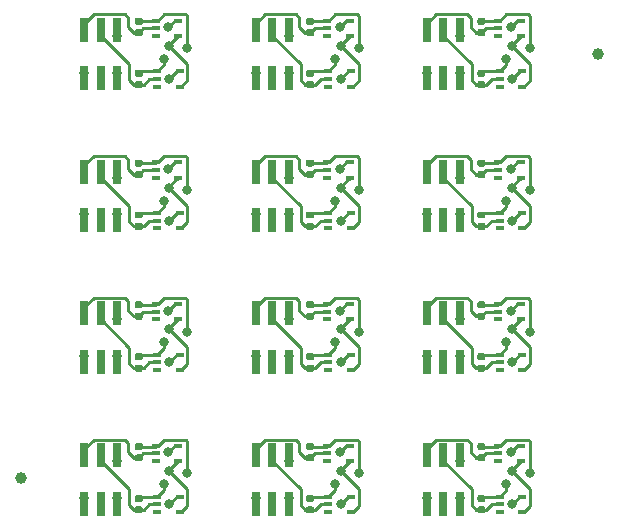
<source format=gbr>
G04 #@! TF.GenerationSoftware,KiCad,Pcbnew,5.0.2-bee76a0~70~ubuntu18.04.1*
G04 #@! TF.CreationDate,2020-02-19T12:34:17+01:00*
G04 #@! TF.ProjectId,output.schmitt_trigger_adapter,6f757470-7574-42e7-9363-686d6974745f,rev?*
G04 #@! TF.SameCoordinates,Original*
G04 #@! TF.FileFunction,Copper,L2,Bot*
G04 #@! TF.FilePolarity,Positive*
%FSLAX46Y46*%
G04 Gerber Fmt 4.6, Leading zero omitted, Abs format (unit mm)*
G04 Created by KiCad (PCBNEW 5.0.2-bee76a0~70~ubuntu18.04.1) date Wed 19 Feb 2020 12:34:17 PM CET*
%MOMM*%
%LPD*%
G01*
G04 APERTURE LIST*
G04 #@! TA.AperFunction,BGAPad,CuDef*
%ADD10C,1.000000*%
G04 #@! TD*
G04 #@! TA.AperFunction,Conductor*
%ADD11C,0.100000*%
G04 #@! TD*
G04 #@! TA.AperFunction,SMDPad,CuDef*
%ADD12C,0.590000*%
G04 #@! TD*
G04 #@! TA.AperFunction,SMDPad,CuDef*
%ADD13R,0.700000X2.000000*%
G04 #@! TD*
G04 #@! TA.AperFunction,SMDPad,CuDef*
%ADD14R,0.700000X0.400000*%
G04 #@! TD*
G04 #@! TA.AperFunction,ViaPad*
%ADD15C,0.800000*%
G04 #@! TD*
G04 #@! TA.AperFunction,Conductor*
%ADD16C,0.250000*%
G04 #@! TD*
G04 APERTURE END LIST*
D10*
G04 #@! TO.P,REF\002A\002A,*
G04 #@! TO.N,*
X128500000Y-111900000D03*
G04 #@! TD*
D11*
G04 #@! TO.N,GND*
G04 #@! TO.C,R2*
G36*
X167686958Y-113320710D02*
X167701276Y-113322834D01*
X167715317Y-113326351D01*
X167728946Y-113331228D01*
X167742031Y-113337417D01*
X167754447Y-113344858D01*
X167766073Y-113353481D01*
X167776798Y-113363202D01*
X167786519Y-113373927D01*
X167795142Y-113385553D01*
X167802583Y-113397969D01*
X167808772Y-113411054D01*
X167813649Y-113424683D01*
X167817166Y-113438724D01*
X167819290Y-113453042D01*
X167820000Y-113467500D01*
X167820000Y-113762500D01*
X167819290Y-113776958D01*
X167817166Y-113791276D01*
X167813649Y-113805317D01*
X167808772Y-113818946D01*
X167802583Y-113832031D01*
X167795142Y-113844447D01*
X167786519Y-113856073D01*
X167776798Y-113866798D01*
X167766073Y-113876519D01*
X167754447Y-113885142D01*
X167742031Y-113892583D01*
X167728946Y-113898772D01*
X167715317Y-113903649D01*
X167701276Y-113907166D01*
X167686958Y-113909290D01*
X167672500Y-113910000D01*
X167327500Y-113910000D01*
X167313042Y-113909290D01*
X167298724Y-113907166D01*
X167284683Y-113903649D01*
X167271054Y-113898772D01*
X167257969Y-113892583D01*
X167245553Y-113885142D01*
X167233927Y-113876519D01*
X167223202Y-113866798D01*
X167213481Y-113856073D01*
X167204858Y-113844447D01*
X167197417Y-113832031D01*
X167191228Y-113818946D01*
X167186351Y-113805317D01*
X167182834Y-113791276D01*
X167180710Y-113776958D01*
X167180000Y-113762500D01*
X167180000Y-113467500D01*
X167180710Y-113453042D01*
X167182834Y-113438724D01*
X167186351Y-113424683D01*
X167191228Y-113411054D01*
X167197417Y-113397969D01*
X167204858Y-113385553D01*
X167213481Y-113373927D01*
X167223202Y-113363202D01*
X167233927Y-113353481D01*
X167245553Y-113344858D01*
X167257969Y-113337417D01*
X167271054Y-113331228D01*
X167284683Y-113326351D01*
X167298724Y-113322834D01*
X167313042Y-113320710D01*
X167327500Y-113320000D01*
X167672500Y-113320000D01*
X167686958Y-113320710D01*
X167686958Y-113320710D01*
G37*
D12*
G04 #@! TD*
G04 #@! TO.P,R2,1*
G04 #@! TO.N,GND*
X167500000Y-113615000D03*
D11*
G04 #@! TO.N,/E1*
G04 #@! TO.C,R2*
G36*
X167686958Y-114290710D02*
X167701276Y-114292834D01*
X167715317Y-114296351D01*
X167728946Y-114301228D01*
X167742031Y-114307417D01*
X167754447Y-114314858D01*
X167766073Y-114323481D01*
X167776798Y-114333202D01*
X167786519Y-114343927D01*
X167795142Y-114355553D01*
X167802583Y-114367969D01*
X167808772Y-114381054D01*
X167813649Y-114394683D01*
X167817166Y-114408724D01*
X167819290Y-114423042D01*
X167820000Y-114437500D01*
X167820000Y-114732500D01*
X167819290Y-114746958D01*
X167817166Y-114761276D01*
X167813649Y-114775317D01*
X167808772Y-114788946D01*
X167802583Y-114802031D01*
X167795142Y-114814447D01*
X167786519Y-114826073D01*
X167776798Y-114836798D01*
X167766073Y-114846519D01*
X167754447Y-114855142D01*
X167742031Y-114862583D01*
X167728946Y-114868772D01*
X167715317Y-114873649D01*
X167701276Y-114877166D01*
X167686958Y-114879290D01*
X167672500Y-114880000D01*
X167327500Y-114880000D01*
X167313042Y-114879290D01*
X167298724Y-114877166D01*
X167284683Y-114873649D01*
X167271054Y-114868772D01*
X167257969Y-114862583D01*
X167245553Y-114855142D01*
X167233927Y-114846519D01*
X167223202Y-114836798D01*
X167213481Y-114826073D01*
X167204858Y-114814447D01*
X167197417Y-114802031D01*
X167191228Y-114788946D01*
X167186351Y-114775317D01*
X167182834Y-114761276D01*
X167180710Y-114746958D01*
X167180000Y-114732500D01*
X167180000Y-114437500D01*
X167180710Y-114423042D01*
X167182834Y-114408724D01*
X167186351Y-114394683D01*
X167191228Y-114381054D01*
X167197417Y-114367969D01*
X167204858Y-114355553D01*
X167213481Y-114343927D01*
X167223202Y-114333202D01*
X167233927Y-114323481D01*
X167245553Y-114314858D01*
X167257969Y-114307417D01*
X167271054Y-114301228D01*
X167284683Y-114296351D01*
X167298724Y-114292834D01*
X167313042Y-114290710D01*
X167327500Y-114290000D01*
X167672500Y-114290000D01*
X167686958Y-114290710D01*
X167686958Y-114290710D01*
G37*
D12*
G04 #@! TD*
G04 #@! TO.P,R2,2*
G04 #@! TO.N,/E1*
X167500000Y-114585000D03*
D11*
G04 #@! TO.N,GND*
G04 #@! TO.C,R2*
G36*
X153186958Y-113320710D02*
X153201276Y-113322834D01*
X153215317Y-113326351D01*
X153228946Y-113331228D01*
X153242031Y-113337417D01*
X153254447Y-113344858D01*
X153266073Y-113353481D01*
X153276798Y-113363202D01*
X153286519Y-113373927D01*
X153295142Y-113385553D01*
X153302583Y-113397969D01*
X153308772Y-113411054D01*
X153313649Y-113424683D01*
X153317166Y-113438724D01*
X153319290Y-113453042D01*
X153320000Y-113467500D01*
X153320000Y-113762500D01*
X153319290Y-113776958D01*
X153317166Y-113791276D01*
X153313649Y-113805317D01*
X153308772Y-113818946D01*
X153302583Y-113832031D01*
X153295142Y-113844447D01*
X153286519Y-113856073D01*
X153276798Y-113866798D01*
X153266073Y-113876519D01*
X153254447Y-113885142D01*
X153242031Y-113892583D01*
X153228946Y-113898772D01*
X153215317Y-113903649D01*
X153201276Y-113907166D01*
X153186958Y-113909290D01*
X153172500Y-113910000D01*
X152827500Y-113910000D01*
X152813042Y-113909290D01*
X152798724Y-113907166D01*
X152784683Y-113903649D01*
X152771054Y-113898772D01*
X152757969Y-113892583D01*
X152745553Y-113885142D01*
X152733927Y-113876519D01*
X152723202Y-113866798D01*
X152713481Y-113856073D01*
X152704858Y-113844447D01*
X152697417Y-113832031D01*
X152691228Y-113818946D01*
X152686351Y-113805317D01*
X152682834Y-113791276D01*
X152680710Y-113776958D01*
X152680000Y-113762500D01*
X152680000Y-113467500D01*
X152680710Y-113453042D01*
X152682834Y-113438724D01*
X152686351Y-113424683D01*
X152691228Y-113411054D01*
X152697417Y-113397969D01*
X152704858Y-113385553D01*
X152713481Y-113373927D01*
X152723202Y-113363202D01*
X152733927Y-113353481D01*
X152745553Y-113344858D01*
X152757969Y-113337417D01*
X152771054Y-113331228D01*
X152784683Y-113326351D01*
X152798724Y-113322834D01*
X152813042Y-113320710D01*
X152827500Y-113320000D01*
X153172500Y-113320000D01*
X153186958Y-113320710D01*
X153186958Y-113320710D01*
G37*
D12*
G04 #@! TD*
G04 #@! TO.P,R2,1*
G04 #@! TO.N,GND*
X153000000Y-113615000D03*
D11*
G04 #@! TO.N,/E1*
G04 #@! TO.C,R2*
G36*
X153186958Y-114290710D02*
X153201276Y-114292834D01*
X153215317Y-114296351D01*
X153228946Y-114301228D01*
X153242031Y-114307417D01*
X153254447Y-114314858D01*
X153266073Y-114323481D01*
X153276798Y-114333202D01*
X153286519Y-114343927D01*
X153295142Y-114355553D01*
X153302583Y-114367969D01*
X153308772Y-114381054D01*
X153313649Y-114394683D01*
X153317166Y-114408724D01*
X153319290Y-114423042D01*
X153320000Y-114437500D01*
X153320000Y-114732500D01*
X153319290Y-114746958D01*
X153317166Y-114761276D01*
X153313649Y-114775317D01*
X153308772Y-114788946D01*
X153302583Y-114802031D01*
X153295142Y-114814447D01*
X153286519Y-114826073D01*
X153276798Y-114836798D01*
X153266073Y-114846519D01*
X153254447Y-114855142D01*
X153242031Y-114862583D01*
X153228946Y-114868772D01*
X153215317Y-114873649D01*
X153201276Y-114877166D01*
X153186958Y-114879290D01*
X153172500Y-114880000D01*
X152827500Y-114880000D01*
X152813042Y-114879290D01*
X152798724Y-114877166D01*
X152784683Y-114873649D01*
X152771054Y-114868772D01*
X152757969Y-114862583D01*
X152745553Y-114855142D01*
X152733927Y-114846519D01*
X152723202Y-114836798D01*
X152713481Y-114826073D01*
X152704858Y-114814447D01*
X152697417Y-114802031D01*
X152691228Y-114788946D01*
X152686351Y-114775317D01*
X152682834Y-114761276D01*
X152680710Y-114746958D01*
X152680000Y-114732500D01*
X152680000Y-114437500D01*
X152680710Y-114423042D01*
X152682834Y-114408724D01*
X152686351Y-114394683D01*
X152691228Y-114381054D01*
X152697417Y-114367969D01*
X152704858Y-114355553D01*
X152713481Y-114343927D01*
X152723202Y-114333202D01*
X152733927Y-114323481D01*
X152745553Y-114314858D01*
X152757969Y-114307417D01*
X152771054Y-114301228D01*
X152784683Y-114296351D01*
X152798724Y-114292834D01*
X152813042Y-114290710D01*
X152827500Y-114290000D01*
X153172500Y-114290000D01*
X153186958Y-114290710D01*
X153186958Y-114290710D01*
G37*
D12*
G04 #@! TD*
G04 #@! TO.P,R2,2*
G04 #@! TO.N,/E1*
X153000000Y-114585000D03*
D11*
G04 #@! TO.N,GND*
G04 #@! TO.C,R2*
G36*
X138686958Y-113320710D02*
X138701276Y-113322834D01*
X138715317Y-113326351D01*
X138728946Y-113331228D01*
X138742031Y-113337417D01*
X138754447Y-113344858D01*
X138766073Y-113353481D01*
X138776798Y-113363202D01*
X138786519Y-113373927D01*
X138795142Y-113385553D01*
X138802583Y-113397969D01*
X138808772Y-113411054D01*
X138813649Y-113424683D01*
X138817166Y-113438724D01*
X138819290Y-113453042D01*
X138820000Y-113467500D01*
X138820000Y-113762500D01*
X138819290Y-113776958D01*
X138817166Y-113791276D01*
X138813649Y-113805317D01*
X138808772Y-113818946D01*
X138802583Y-113832031D01*
X138795142Y-113844447D01*
X138786519Y-113856073D01*
X138776798Y-113866798D01*
X138766073Y-113876519D01*
X138754447Y-113885142D01*
X138742031Y-113892583D01*
X138728946Y-113898772D01*
X138715317Y-113903649D01*
X138701276Y-113907166D01*
X138686958Y-113909290D01*
X138672500Y-113910000D01*
X138327500Y-113910000D01*
X138313042Y-113909290D01*
X138298724Y-113907166D01*
X138284683Y-113903649D01*
X138271054Y-113898772D01*
X138257969Y-113892583D01*
X138245553Y-113885142D01*
X138233927Y-113876519D01*
X138223202Y-113866798D01*
X138213481Y-113856073D01*
X138204858Y-113844447D01*
X138197417Y-113832031D01*
X138191228Y-113818946D01*
X138186351Y-113805317D01*
X138182834Y-113791276D01*
X138180710Y-113776958D01*
X138180000Y-113762500D01*
X138180000Y-113467500D01*
X138180710Y-113453042D01*
X138182834Y-113438724D01*
X138186351Y-113424683D01*
X138191228Y-113411054D01*
X138197417Y-113397969D01*
X138204858Y-113385553D01*
X138213481Y-113373927D01*
X138223202Y-113363202D01*
X138233927Y-113353481D01*
X138245553Y-113344858D01*
X138257969Y-113337417D01*
X138271054Y-113331228D01*
X138284683Y-113326351D01*
X138298724Y-113322834D01*
X138313042Y-113320710D01*
X138327500Y-113320000D01*
X138672500Y-113320000D01*
X138686958Y-113320710D01*
X138686958Y-113320710D01*
G37*
D12*
G04 #@! TD*
G04 #@! TO.P,R2,1*
G04 #@! TO.N,GND*
X138500000Y-113615000D03*
D11*
G04 #@! TO.N,/E1*
G04 #@! TO.C,R2*
G36*
X138686958Y-114290710D02*
X138701276Y-114292834D01*
X138715317Y-114296351D01*
X138728946Y-114301228D01*
X138742031Y-114307417D01*
X138754447Y-114314858D01*
X138766073Y-114323481D01*
X138776798Y-114333202D01*
X138786519Y-114343927D01*
X138795142Y-114355553D01*
X138802583Y-114367969D01*
X138808772Y-114381054D01*
X138813649Y-114394683D01*
X138817166Y-114408724D01*
X138819290Y-114423042D01*
X138820000Y-114437500D01*
X138820000Y-114732500D01*
X138819290Y-114746958D01*
X138817166Y-114761276D01*
X138813649Y-114775317D01*
X138808772Y-114788946D01*
X138802583Y-114802031D01*
X138795142Y-114814447D01*
X138786519Y-114826073D01*
X138776798Y-114836798D01*
X138766073Y-114846519D01*
X138754447Y-114855142D01*
X138742031Y-114862583D01*
X138728946Y-114868772D01*
X138715317Y-114873649D01*
X138701276Y-114877166D01*
X138686958Y-114879290D01*
X138672500Y-114880000D01*
X138327500Y-114880000D01*
X138313042Y-114879290D01*
X138298724Y-114877166D01*
X138284683Y-114873649D01*
X138271054Y-114868772D01*
X138257969Y-114862583D01*
X138245553Y-114855142D01*
X138233927Y-114846519D01*
X138223202Y-114836798D01*
X138213481Y-114826073D01*
X138204858Y-114814447D01*
X138197417Y-114802031D01*
X138191228Y-114788946D01*
X138186351Y-114775317D01*
X138182834Y-114761276D01*
X138180710Y-114746958D01*
X138180000Y-114732500D01*
X138180000Y-114437500D01*
X138180710Y-114423042D01*
X138182834Y-114408724D01*
X138186351Y-114394683D01*
X138191228Y-114381054D01*
X138197417Y-114367969D01*
X138204858Y-114355553D01*
X138213481Y-114343927D01*
X138223202Y-114333202D01*
X138233927Y-114323481D01*
X138245553Y-114314858D01*
X138257969Y-114307417D01*
X138271054Y-114301228D01*
X138284683Y-114296351D01*
X138298724Y-114292834D01*
X138313042Y-114290710D01*
X138327500Y-114290000D01*
X138672500Y-114290000D01*
X138686958Y-114290710D01*
X138686958Y-114290710D01*
G37*
D12*
G04 #@! TD*
G04 #@! TO.P,R2,2*
G04 #@! TO.N,/E1*
X138500000Y-114585000D03*
D11*
G04 #@! TO.N,GND*
G04 #@! TO.C,R2*
G36*
X167686958Y-101320710D02*
X167701276Y-101322834D01*
X167715317Y-101326351D01*
X167728946Y-101331228D01*
X167742031Y-101337417D01*
X167754447Y-101344858D01*
X167766073Y-101353481D01*
X167776798Y-101363202D01*
X167786519Y-101373927D01*
X167795142Y-101385553D01*
X167802583Y-101397969D01*
X167808772Y-101411054D01*
X167813649Y-101424683D01*
X167817166Y-101438724D01*
X167819290Y-101453042D01*
X167820000Y-101467500D01*
X167820000Y-101762500D01*
X167819290Y-101776958D01*
X167817166Y-101791276D01*
X167813649Y-101805317D01*
X167808772Y-101818946D01*
X167802583Y-101832031D01*
X167795142Y-101844447D01*
X167786519Y-101856073D01*
X167776798Y-101866798D01*
X167766073Y-101876519D01*
X167754447Y-101885142D01*
X167742031Y-101892583D01*
X167728946Y-101898772D01*
X167715317Y-101903649D01*
X167701276Y-101907166D01*
X167686958Y-101909290D01*
X167672500Y-101910000D01*
X167327500Y-101910000D01*
X167313042Y-101909290D01*
X167298724Y-101907166D01*
X167284683Y-101903649D01*
X167271054Y-101898772D01*
X167257969Y-101892583D01*
X167245553Y-101885142D01*
X167233927Y-101876519D01*
X167223202Y-101866798D01*
X167213481Y-101856073D01*
X167204858Y-101844447D01*
X167197417Y-101832031D01*
X167191228Y-101818946D01*
X167186351Y-101805317D01*
X167182834Y-101791276D01*
X167180710Y-101776958D01*
X167180000Y-101762500D01*
X167180000Y-101467500D01*
X167180710Y-101453042D01*
X167182834Y-101438724D01*
X167186351Y-101424683D01*
X167191228Y-101411054D01*
X167197417Y-101397969D01*
X167204858Y-101385553D01*
X167213481Y-101373927D01*
X167223202Y-101363202D01*
X167233927Y-101353481D01*
X167245553Y-101344858D01*
X167257969Y-101337417D01*
X167271054Y-101331228D01*
X167284683Y-101326351D01*
X167298724Y-101322834D01*
X167313042Y-101320710D01*
X167327500Y-101320000D01*
X167672500Y-101320000D01*
X167686958Y-101320710D01*
X167686958Y-101320710D01*
G37*
D12*
G04 #@! TD*
G04 #@! TO.P,R2,1*
G04 #@! TO.N,GND*
X167500000Y-101615000D03*
D11*
G04 #@! TO.N,/E1*
G04 #@! TO.C,R2*
G36*
X167686958Y-102290710D02*
X167701276Y-102292834D01*
X167715317Y-102296351D01*
X167728946Y-102301228D01*
X167742031Y-102307417D01*
X167754447Y-102314858D01*
X167766073Y-102323481D01*
X167776798Y-102333202D01*
X167786519Y-102343927D01*
X167795142Y-102355553D01*
X167802583Y-102367969D01*
X167808772Y-102381054D01*
X167813649Y-102394683D01*
X167817166Y-102408724D01*
X167819290Y-102423042D01*
X167820000Y-102437500D01*
X167820000Y-102732500D01*
X167819290Y-102746958D01*
X167817166Y-102761276D01*
X167813649Y-102775317D01*
X167808772Y-102788946D01*
X167802583Y-102802031D01*
X167795142Y-102814447D01*
X167786519Y-102826073D01*
X167776798Y-102836798D01*
X167766073Y-102846519D01*
X167754447Y-102855142D01*
X167742031Y-102862583D01*
X167728946Y-102868772D01*
X167715317Y-102873649D01*
X167701276Y-102877166D01*
X167686958Y-102879290D01*
X167672500Y-102880000D01*
X167327500Y-102880000D01*
X167313042Y-102879290D01*
X167298724Y-102877166D01*
X167284683Y-102873649D01*
X167271054Y-102868772D01*
X167257969Y-102862583D01*
X167245553Y-102855142D01*
X167233927Y-102846519D01*
X167223202Y-102836798D01*
X167213481Y-102826073D01*
X167204858Y-102814447D01*
X167197417Y-102802031D01*
X167191228Y-102788946D01*
X167186351Y-102775317D01*
X167182834Y-102761276D01*
X167180710Y-102746958D01*
X167180000Y-102732500D01*
X167180000Y-102437500D01*
X167180710Y-102423042D01*
X167182834Y-102408724D01*
X167186351Y-102394683D01*
X167191228Y-102381054D01*
X167197417Y-102367969D01*
X167204858Y-102355553D01*
X167213481Y-102343927D01*
X167223202Y-102333202D01*
X167233927Y-102323481D01*
X167245553Y-102314858D01*
X167257969Y-102307417D01*
X167271054Y-102301228D01*
X167284683Y-102296351D01*
X167298724Y-102292834D01*
X167313042Y-102290710D01*
X167327500Y-102290000D01*
X167672500Y-102290000D01*
X167686958Y-102290710D01*
X167686958Y-102290710D01*
G37*
D12*
G04 #@! TD*
G04 #@! TO.P,R2,2*
G04 #@! TO.N,/E1*
X167500000Y-102585000D03*
D11*
G04 #@! TO.N,GND*
G04 #@! TO.C,R2*
G36*
X153186958Y-101320710D02*
X153201276Y-101322834D01*
X153215317Y-101326351D01*
X153228946Y-101331228D01*
X153242031Y-101337417D01*
X153254447Y-101344858D01*
X153266073Y-101353481D01*
X153276798Y-101363202D01*
X153286519Y-101373927D01*
X153295142Y-101385553D01*
X153302583Y-101397969D01*
X153308772Y-101411054D01*
X153313649Y-101424683D01*
X153317166Y-101438724D01*
X153319290Y-101453042D01*
X153320000Y-101467500D01*
X153320000Y-101762500D01*
X153319290Y-101776958D01*
X153317166Y-101791276D01*
X153313649Y-101805317D01*
X153308772Y-101818946D01*
X153302583Y-101832031D01*
X153295142Y-101844447D01*
X153286519Y-101856073D01*
X153276798Y-101866798D01*
X153266073Y-101876519D01*
X153254447Y-101885142D01*
X153242031Y-101892583D01*
X153228946Y-101898772D01*
X153215317Y-101903649D01*
X153201276Y-101907166D01*
X153186958Y-101909290D01*
X153172500Y-101910000D01*
X152827500Y-101910000D01*
X152813042Y-101909290D01*
X152798724Y-101907166D01*
X152784683Y-101903649D01*
X152771054Y-101898772D01*
X152757969Y-101892583D01*
X152745553Y-101885142D01*
X152733927Y-101876519D01*
X152723202Y-101866798D01*
X152713481Y-101856073D01*
X152704858Y-101844447D01*
X152697417Y-101832031D01*
X152691228Y-101818946D01*
X152686351Y-101805317D01*
X152682834Y-101791276D01*
X152680710Y-101776958D01*
X152680000Y-101762500D01*
X152680000Y-101467500D01*
X152680710Y-101453042D01*
X152682834Y-101438724D01*
X152686351Y-101424683D01*
X152691228Y-101411054D01*
X152697417Y-101397969D01*
X152704858Y-101385553D01*
X152713481Y-101373927D01*
X152723202Y-101363202D01*
X152733927Y-101353481D01*
X152745553Y-101344858D01*
X152757969Y-101337417D01*
X152771054Y-101331228D01*
X152784683Y-101326351D01*
X152798724Y-101322834D01*
X152813042Y-101320710D01*
X152827500Y-101320000D01*
X153172500Y-101320000D01*
X153186958Y-101320710D01*
X153186958Y-101320710D01*
G37*
D12*
G04 #@! TD*
G04 #@! TO.P,R2,1*
G04 #@! TO.N,GND*
X153000000Y-101615000D03*
D11*
G04 #@! TO.N,/E1*
G04 #@! TO.C,R2*
G36*
X153186958Y-102290710D02*
X153201276Y-102292834D01*
X153215317Y-102296351D01*
X153228946Y-102301228D01*
X153242031Y-102307417D01*
X153254447Y-102314858D01*
X153266073Y-102323481D01*
X153276798Y-102333202D01*
X153286519Y-102343927D01*
X153295142Y-102355553D01*
X153302583Y-102367969D01*
X153308772Y-102381054D01*
X153313649Y-102394683D01*
X153317166Y-102408724D01*
X153319290Y-102423042D01*
X153320000Y-102437500D01*
X153320000Y-102732500D01*
X153319290Y-102746958D01*
X153317166Y-102761276D01*
X153313649Y-102775317D01*
X153308772Y-102788946D01*
X153302583Y-102802031D01*
X153295142Y-102814447D01*
X153286519Y-102826073D01*
X153276798Y-102836798D01*
X153266073Y-102846519D01*
X153254447Y-102855142D01*
X153242031Y-102862583D01*
X153228946Y-102868772D01*
X153215317Y-102873649D01*
X153201276Y-102877166D01*
X153186958Y-102879290D01*
X153172500Y-102880000D01*
X152827500Y-102880000D01*
X152813042Y-102879290D01*
X152798724Y-102877166D01*
X152784683Y-102873649D01*
X152771054Y-102868772D01*
X152757969Y-102862583D01*
X152745553Y-102855142D01*
X152733927Y-102846519D01*
X152723202Y-102836798D01*
X152713481Y-102826073D01*
X152704858Y-102814447D01*
X152697417Y-102802031D01*
X152691228Y-102788946D01*
X152686351Y-102775317D01*
X152682834Y-102761276D01*
X152680710Y-102746958D01*
X152680000Y-102732500D01*
X152680000Y-102437500D01*
X152680710Y-102423042D01*
X152682834Y-102408724D01*
X152686351Y-102394683D01*
X152691228Y-102381054D01*
X152697417Y-102367969D01*
X152704858Y-102355553D01*
X152713481Y-102343927D01*
X152723202Y-102333202D01*
X152733927Y-102323481D01*
X152745553Y-102314858D01*
X152757969Y-102307417D01*
X152771054Y-102301228D01*
X152784683Y-102296351D01*
X152798724Y-102292834D01*
X152813042Y-102290710D01*
X152827500Y-102290000D01*
X153172500Y-102290000D01*
X153186958Y-102290710D01*
X153186958Y-102290710D01*
G37*
D12*
G04 #@! TD*
G04 #@! TO.P,R2,2*
G04 #@! TO.N,/E1*
X153000000Y-102585000D03*
D11*
G04 #@! TO.N,GND*
G04 #@! TO.C,R2*
G36*
X138686958Y-101320710D02*
X138701276Y-101322834D01*
X138715317Y-101326351D01*
X138728946Y-101331228D01*
X138742031Y-101337417D01*
X138754447Y-101344858D01*
X138766073Y-101353481D01*
X138776798Y-101363202D01*
X138786519Y-101373927D01*
X138795142Y-101385553D01*
X138802583Y-101397969D01*
X138808772Y-101411054D01*
X138813649Y-101424683D01*
X138817166Y-101438724D01*
X138819290Y-101453042D01*
X138820000Y-101467500D01*
X138820000Y-101762500D01*
X138819290Y-101776958D01*
X138817166Y-101791276D01*
X138813649Y-101805317D01*
X138808772Y-101818946D01*
X138802583Y-101832031D01*
X138795142Y-101844447D01*
X138786519Y-101856073D01*
X138776798Y-101866798D01*
X138766073Y-101876519D01*
X138754447Y-101885142D01*
X138742031Y-101892583D01*
X138728946Y-101898772D01*
X138715317Y-101903649D01*
X138701276Y-101907166D01*
X138686958Y-101909290D01*
X138672500Y-101910000D01*
X138327500Y-101910000D01*
X138313042Y-101909290D01*
X138298724Y-101907166D01*
X138284683Y-101903649D01*
X138271054Y-101898772D01*
X138257969Y-101892583D01*
X138245553Y-101885142D01*
X138233927Y-101876519D01*
X138223202Y-101866798D01*
X138213481Y-101856073D01*
X138204858Y-101844447D01*
X138197417Y-101832031D01*
X138191228Y-101818946D01*
X138186351Y-101805317D01*
X138182834Y-101791276D01*
X138180710Y-101776958D01*
X138180000Y-101762500D01*
X138180000Y-101467500D01*
X138180710Y-101453042D01*
X138182834Y-101438724D01*
X138186351Y-101424683D01*
X138191228Y-101411054D01*
X138197417Y-101397969D01*
X138204858Y-101385553D01*
X138213481Y-101373927D01*
X138223202Y-101363202D01*
X138233927Y-101353481D01*
X138245553Y-101344858D01*
X138257969Y-101337417D01*
X138271054Y-101331228D01*
X138284683Y-101326351D01*
X138298724Y-101322834D01*
X138313042Y-101320710D01*
X138327500Y-101320000D01*
X138672500Y-101320000D01*
X138686958Y-101320710D01*
X138686958Y-101320710D01*
G37*
D12*
G04 #@! TD*
G04 #@! TO.P,R2,1*
G04 #@! TO.N,GND*
X138500000Y-101615000D03*
D11*
G04 #@! TO.N,/E1*
G04 #@! TO.C,R2*
G36*
X138686958Y-102290710D02*
X138701276Y-102292834D01*
X138715317Y-102296351D01*
X138728946Y-102301228D01*
X138742031Y-102307417D01*
X138754447Y-102314858D01*
X138766073Y-102323481D01*
X138776798Y-102333202D01*
X138786519Y-102343927D01*
X138795142Y-102355553D01*
X138802583Y-102367969D01*
X138808772Y-102381054D01*
X138813649Y-102394683D01*
X138817166Y-102408724D01*
X138819290Y-102423042D01*
X138820000Y-102437500D01*
X138820000Y-102732500D01*
X138819290Y-102746958D01*
X138817166Y-102761276D01*
X138813649Y-102775317D01*
X138808772Y-102788946D01*
X138802583Y-102802031D01*
X138795142Y-102814447D01*
X138786519Y-102826073D01*
X138776798Y-102836798D01*
X138766073Y-102846519D01*
X138754447Y-102855142D01*
X138742031Y-102862583D01*
X138728946Y-102868772D01*
X138715317Y-102873649D01*
X138701276Y-102877166D01*
X138686958Y-102879290D01*
X138672500Y-102880000D01*
X138327500Y-102880000D01*
X138313042Y-102879290D01*
X138298724Y-102877166D01*
X138284683Y-102873649D01*
X138271054Y-102868772D01*
X138257969Y-102862583D01*
X138245553Y-102855142D01*
X138233927Y-102846519D01*
X138223202Y-102836798D01*
X138213481Y-102826073D01*
X138204858Y-102814447D01*
X138197417Y-102802031D01*
X138191228Y-102788946D01*
X138186351Y-102775317D01*
X138182834Y-102761276D01*
X138180710Y-102746958D01*
X138180000Y-102732500D01*
X138180000Y-102437500D01*
X138180710Y-102423042D01*
X138182834Y-102408724D01*
X138186351Y-102394683D01*
X138191228Y-102381054D01*
X138197417Y-102367969D01*
X138204858Y-102355553D01*
X138213481Y-102343927D01*
X138223202Y-102333202D01*
X138233927Y-102323481D01*
X138245553Y-102314858D01*
X138257969Y-102307417D01*
X138271054Y-102301228D01*
X138284683Y-102296351D01*
X138298724Y-102292834D01*
X138313042Y-102290710D01*
X138327500Y-102290000D01*
X138672500Y-102290000D01*
X138686958Y-102290710D01*
X138686958Y-102290710D01*
G37*
D12*
G04 #@! TD*
G04 #@! TO.P,R2,2*
G04 #@! TO.N,/E1*
X138500000Y-102585000D03*
D11*
G04 #@! TO.N,GND*
G04 #@! TO.C,R2*
G36*
X167686958Y-89320710D02*
X167701276Y-89322834D01*
X167715317Y-89326351D01*
X167728946Y-89331228D01*
X167742031Y-89337417D01*
X167754447Y-89344858D01*
X167766073Y-89353481D01*
X167776798Y-89363202D01*
X167786519Y-89373927D01*
X167795142Y-89385553D01*
X167802583Y-89397969D01*
X167808772Y-89411054D01*
X167813649Y-89424683D01*
X167817166Y-89438724D01*
X167819290Y-89453042D01*
X167820000Y-89467500D01*
X167820000Y-89762500D01*
X167819290Y-89776958D01*
X167817166Y-89791276D01*
X167813649Y-89805317D01*
X167808772Y-89818946D01*
X167802583Y-89832031D01*
X167795142Y-89844447D01*
X167786519Y-89856073D01*
X167776798Y-89866798D01*
X167766073Y-89876519D01*
X167754447Y-89885142D01*
X167742031Y-89892583D01*
X167728946Y-89898772D01*
X167715317Y-89903649D01*
X167701276Y-89907166D01*
X167686958Y-89909290D01*
X167672500Y-89910000D01*
X167327500Y-89910000D01*
X167313042Y-89909290D01*
X167298724Y-89907166D01*
X167284683Y-89903649D01*
X167271054Y-89898772D01*
X167257969Y-89892583D01*
X167245553Y-89885142D01*
X167233927Y-89876519D01*
X167223202Y-89866798D01*
X167213481Y-89856073D01*
X167204858Y-89844447D01*
X167197417Y-89832031D01*
X167191228Y-89818946D01*
X167186351Y-89805317D01*
X167182834Y-89791276D01*
X167180710Y-89776958D01*
X167180000Y-89762500D01*
X167180000Y-89467500D01*
X167180710Y-89453042D01*
X167182834Y-89438724D01*
X167186351Y-89424683D01*
X167191228Y-89411054D01*
X167197417Y-89397969D01*
X167204858Y-89385553D01*
X167213481Y-89373927D01*
X167223202Y-89363202D01*
X167233927Y-89353481D01*
X167245553Y-89344858D01*
X167257969Y-89337417D01*
X167271054Y-89331228D01*
X167284683Y-89326351D01*
X167298724Y-89322834D01*
X167313042Y-89320710D01*
X167327500Y-89320000D01*
X167672500Y-89320000D01*
X167686958Y-89320710D01*
X167686958Y-89320710D01*
G37*
D12*
G04 #@! TD*
G04 #@! TO.P,R2,1*
G04 #@! TO.N,GND*
X167500000Y-89615000D03*
D11*
G04 #@! TO.N,/E1*
G04 #@! TO.C,R2*
G36*
X167686958Y-90290710D02*
X167701276Y-90292834D01*
X167715317Y-90296351D01*
X167728946Y-90301228D01*
X167742031Y-90307417D01*
X167754447Y-90314858D01*
X167766073Y-90323481D01*
X167776798Y-90333202D01*
X167786519Y-90343927D01*
X167795142Y-90355553D01*
X167802583Y-90367969D01*
X167808772Y-90381054D01*
X167813649Y-90394683D01*
X167817166Y-90408724D01*
X167819290Y-90423042D01*
X167820000Y-90437500D01*
X167820000Y-90732500D01*
X167819290Y-90746958D01*
X167817166Y-90761276D01*
X167813649Y-90775317D01*
X167808772Y-90788946D01*
X167802583Y-90802031D01*
X167795142Y-90814447D01*
X167786519Y-90826073D01*
X167776798Y-90836798D01*
X167766073Y-90846519D01*
X167754447Y-90855142D01*
X167742031Y-90862583D01*
X167728946Y-90868772D01*
X167715317Y-90873649D01*
X167701276Y-90877166D01*
X167686958Y-90879290D01*
X167672500Y-90880000D01*
X167327500Y-90880000D01*
X167313042Y-90879290D01*
X167298724Y-90877166D01*
X167284683Y-90873649D01*
X167271054Y-90868772D01*
X167257969Y-90862583D01*
X167245553Y-90855142D01*
X167233927Y-90846519D01*
X167223202Y-90836798D01*
X167213481Y-90826073D01*
X167204858Y-90814447D01*
X167197417Y-90802031D01*
X167191228Y-90788946D01*
X167186351Y-90775317D01*
X167182834Y-90761276D01*
X167180710Y-90746958D01*
X167180000Y-90732500D01*
X167180000Y-90437500D01*
X167180710Y-90423042D01*
X167182834Y-90408724D01*
X167186351Y-90394683D01*
X167191228Y-90381054D01*
X167197417Y-90367969D01*
X167204858Y-90355553D01*
X167213481Y-90343927D01*
X167223202Y-90333202D01*
X167233927Y-90323481D01*
X167245553Y-90314858D01*
X167257969Y-90307417D01*
X167271054Y-90301228D01*
X167284683Y-90296351D01*
X167298724Y-90292834D01*
X167313042Y-90290710D01*
X167327500Y-90290000D01*
X167672500Y-90290000D01*
X167686958Y-90290710D01*
X167686958Y-90290710D01*
G37*
D12*
G04 #@! TD*
G04 #@! TO.P,R2,2*
G04 #@! TO.N,/E1*
X167500000Y-90585000D03*
D11*
G04 #@! TO.N,GND*
G04 #@! TO.C,R2*
G36*
X153186958Y-89320710D02*
X153201276Y-89322834D01*
X153215317Y-89326351D01*
X153228946Y-89331228D01*
X153242031Y-89337417D01*
X153254447Y-89344858D01*
X153266073Y-89353481D01*
X153276798Y-89363202D01*
X153286519Y-89373927D01*
X153295142Y-89385553D01*
X153302583Y-89397969D01*
X153308772Y-89411054D01*
X153313649Y-89424683D01*
X153317166Y-89438724D01*
X153319290Y-89453042D01*
X153320000Y-89467500D01*
X153320000Y-89762500D01*
X153319290Y-89776958D01*
X153317166Y-89791276D01*
X153313649Y-89805317D01*
X153308772Y-89818946D01*
X153302583Y-89832031D01*
X153295142Y-89844447D01*
X153286519Y-89856073D01*
X153276798Y-89866798D01*
X153266073Y-89876519D01*
X153254447Y-89885142D01*
X153242031Y-89892583D01*
X153228946Y-89898772D01*
X153215317Y-89903649D01*
X153201276Y-89907166D01*
X153186958Y-89909290D01*
X153172500Y-89910000D01*
X152827500Y-89910000D01*
X152813042Y-89909290D01*
X152798724Y-89907166D01*
X152784683Y-89903649D01*
X152771054Y-89898772D01*
X152757969Y-89892583D01*
X152745553Y-89885142D01*
X152733927Y-89876519D01*
X152723202Y-89866798D01*
X152713481Y-89856073D01*
X152704858Y-89844447D01*
X152697417Y-89832031D01*
X152691228Y-89818946D01*
X152686351Y-89805317D01*
X152682834Y-89791276D01*
X152680710Y-89776958D01*
X152680000Y-89762500D01*
X152680000Y-89467500D01*
X152680710Y-89453042D01*
X152682834Y-89438724D01*
X152686351Y-89424683D01*
X152691228Y-89411054D01*
X152697417Y-89397969D01*
X152704858Y-89385553D01*
X152713481Y-89373927D01*
X152723202Y-89363202D01*
X152733927Y-89353481D01*
X152745553Y-89344858D01*
X152757969Y-89337417D01*
X152771054Y-89331228D01*
X152784683Y-89326351D01*
X152798724Y-89322834D01*
X152813042Y-89320710D01*
X152827500Y-89320000D01*
X153172500Y-89320000D01*
X153186958Y-89320710D01*
X153186958Y-89320710D01*
G37*
D12*
G04 #@! TD*
G04 #@! TO.P,R2,1*
G04 #@! TO.N,GND*
X153000000Y-89615000D03*
D11*
G04 #@! TO.N,/E1*
G04 #@! TO.C,R2*
G36*
X153186958Y-90290710D02*
X153201276Y-90292834D01*
X153215317Y-90296351D01*
X153228946Y-90301228D01*
X153242031Y-90307417D01*
X153254447Y-90314858D01*
X153266073Y-90323481D01*
X153276798Y-90333202D01*
X153286519Y-90343927D01*
X153295142Y-90355553D01*
X153302583Y-90367969D01*
X153308772Y-90381054D01*
X153313649Y-90394683D01*
X153317166Y-90408724D01*
X153319290Y-90423042D01*
X153320000Y-90437500D01*
X153320000Y-90732500D01*
X153319290Y-90746958D01*
X153317166Y-90761276D01*
X153313649Y-90775317D01*
X153308772Y-90788946D01*
X153302583Y-90802031D01*
X153295142Y-90814447D01*
X153286519Y-90826073D01*
X153276798Y-90836798D01*
X153266073Y-90846519D01*
X153254447Y-90855142D01*
X153242031Y-90862583D01*
X153228946Y-90868772D01*
X153215317Y-90873649D01*
X153201276Y-90877166D01*
X153186958Y-90879290D01*
X153172500Y-90880000D01*
X152827500Y-90880000D01*
X152813042Y-90879290D01*
X152798724Y-90877166D01*
X152784683Y-90873649D01*
X152771054Y-90868772D01*
X152757969Y-90862583D01*
X152745553Y-90855142D01*
X152733927Y-90846519D01*
X152723202Y-90836798D01*
X152713481Y-90826073D01*
X152704858Y-90814447D01*
X152697417Y-90802031D01*
X152691228Y-90788946D01*
X152686351Y-90775317D01*
X152682834Y-90761276D01*
X152680710Y-90746958D01*
X152680000Y-90732500D01*
X152680000Y-90437500D01*
X152680710Y-90423042D01*
X152682834Y-90408724D01*
X152686351Y-90394683D01*
X152691228Y-90381054D01*
X152697417Y-90367969D01*
X152704858Y-90355553D01*
X152713481Y-90343927D01*
X152723202Y-90333202D01*
X152733927Y-90323481D01*
X152745553Y-90314858D01*
X152757969Y-90307417D01*
X152771054Y-90301228D01*
X152784683Y-90296351D01*
X152798724Y-90292834D01*
X152813042Y-90290710D01*
X152827500Y-90290000D01*
X153172500Y-90290000D01*
X153186958Y-90290710D01*
X153186958Y-90290710D01*
G37*
D12*
G04 #@! TD*
G04 #@! TO.P,R2,2*
G04 #@! TO.N,/E1*
X153000000Y-90585000D03*
D11*
G04 #@! TO.N,GND*
G04 #@! TO.C,R2*
G36*
X138686958Y-89320710D02*
X138701276Y-89322834D01*
X138715317Y-89326351D01*
X138728946Y-89331228D01*
X138742031Y-89337417D01*
X138754447Y-89344858D01*
X138766073Y-89353481D01*
X138776798Y-89363202D01*
X138786519Y-89373927D01*
X138795142Y-89385553D01*
X138802583Y-89397969D01*
X138808772Y-89411054D01*
X138813649Y-89424683D01*
X138817166Y-89438724D01*
X138819290Y-89453042D01*
X138820000Y-89467500D01*
X138820000Y-89762500D01*
X138819290Y-89776958D01*
X138817166Y-89791276D01*
X138813649Y-89805317D01*
X138808772Y-89818946D01*
X138802583Y-89832031D01*
X138795142Y-89844447D01*
X138786519Y-89856073D01*
X138776798Y-89866798D01*
X138766073Y-89876519D01*
X138754447Y-89885142D01*
X138742031Y-89892583D01*
X138728946Y-89898772D01*
X138715317Y-89903649D01*
X138701276Y-89907166D01*
X138686958Y-89909290D01*
X138672500Y-89910000D01*
X138327500Y-89910000D01*
X138313042Y-89909290D01*
X138298724Y-89907166D01*
X138284683Y-89903649D01*
X138271054Y-89898772D01*
X138257969Y-89892583D01*
X138245553Y-89885142D01*
X138233927Y-89876519D01*
X138223202Y-89866798D01*
X138213481Y-89856073D01*
X138204858Y-89844447D01*
X138197417Y-89832031D01*
X138191228Y-89818946D01*
X138186351Y-89805317D01*
X138182834Y-89791276D01*
X138180710Y-89776958D01*
X138180000Y-89762500D01*
X138180000Y-89467500D01*
X138180710Y-89453042D01*
X138182834Y-89438724D01*
X138186351Y-89424683D01*
X138191228Y-89411054D01*
X138197417Y-89397969D01*
X138204858Y-89385553D01*
X138213481Y-89373927D01*
X138223202Y-89363202D01*
X138233927Y-89353481D01*
X138245553Y-89344858D01*
X138257969Y-89337417D01*
X138271054Y-89331228D01*
X138284683Y-89326351D01*
X138298724Y-89322834D01*
X138313042Y-89320710D01*
X138327500Y-89320000D01*
X138672500Y-89320000D01*
X138686958Y-89320710D01*
X138686958Y-89320710D01*
G37*
D12*
G04 #@! TD*
G04 #@! TO.P,R2,1*
G04 #@! TO.N,GND*
X138500000Y-89615000D03*
D11*
G04 #@! TO.N,/E1*
G04 #@! TO.C,R2*
G36*
X138686958Y-90290710D02*
X138701276Y-90292834D01*
X138715317Y-90296351D01*
X138728946Y-90301228D01*
X138742031Y-90307417D01*
X138754447Y-90314858D01*
X138766073Y-90323481D01*
X138776798Y-90333202D01*
X138786519Y-90343927D01*
X138795142Y-90355553D01*
X138802583Y-90367969D01*
X138808772Y-90381054D01*
X138813649Y-90394683D01*
X138817166Y-90408724D01*
X138819290Y-90423042D01*
X138820000Y-90437500D01*
X138820000Y-90732500D01*
X138819290Y-90746958D01*
X138817166Y-90761276D01*
X138813649Y-90775317D01*
X138808772Y-90788946D01*
X138802583Y-90802031D01*
X138795142Y-90814447D01*
X138786519Y-90826073D01*
X138776798Y-90836798D01*
X138766073Y-90846519D01*
X138754447Y-90855142D01*
X138742031Y-90862583D01*
X138728946Y-90868772D01*
X138715317Y-90873649D01*
X138701276Y-90877166D01*
X138686958Y-90879290D01*
X138672500Y-90880000D01*
X138327500Y-90880000D01*
X138313042Y-90879290D01*
X138298724Y-90877166D01*
X138284683Y-90873649D01*
X138271054Y-90868772D01*
X138257969Y-90862583D01*
X138245553Y-90855142D01*
X138233927Y-90846519D01*
X138223202Y-90836798D01*
X138213481Y-90826073D01*
X138204858Y-90814447D01*
X138197417Y-90802031D01*
X138191228Y-90788946D01*
X138186351Y-90775317D01*
X138182834Y-90761276D01*
X138180710Y-90746958D01*
X138180000Y-90732500D01*
X138180000Y-90437500D01*
X138180710Y-90423042D01*
X138182834Y-90408724D01*
X138186351Y-90394683D01*
X138191228Y-90381054D01*
X138197417Y-90367969D01*
X138204858Y-90355553D01*
X138213481Y-90343927D01*
X138223202Y-90333202D01*
X138233927Y-90323481D01*
X138245553Y-90314858D01*
X138257969Y-90307417D01*
X138271054Y-90301228D01*
X138284683Y-90296351D01*
X138298724Y-90292834D01*
X138313042Y-90290710D01*
X138327500Y-90290000D01*
X138672500Y-90290000D01*
X138686958Y-90290710D01*
X138686958Y-90290710D01*
G37*
D12*
G04 #@! TD*
G04 #@! TO.P,R2,2*
G04 #@! TO.N,/E1*
X138500000Y-90585000D03*
D11*
G04 #@! TO.N,GND*
G04 #@! TO.C,R2*
G36*
X167686958Y-77320710D02*
X167701276Y-77322834D01*
X167715317Y-77326351D01*
X167728946Y-77331228D01*
X167742031Y-77337417D01*
X167754447Y-77344858D01*
X167766073Y-77353481D01*
X167776798Y-77363202D01*
X167786519Y-77373927D01*
X167795142Y-77385553D01*
X167802583Y-77397969D01*
X167808772Y-77411054D01*
X167813649Y-77424683D01*
X167817166Y-77438724D01*
X167819290Y-77453042D01*
X167820000Y-77467500D01*
X167820000Y-77762500D01*
X167819290Y-77776958D01*
X167817166Y-77791276D01*
X167813649Y-77805317D01*
X167808772Y-77818946D01*
X167802583Y-77832031D01*
X167795142Y-77844447D01*
X167786519Y-77856073D01*
X167776798Y-77866798D01*
X167766073Y-77876519D01*
X167754447Y-77885142D01*
X167742031Y-77892583D01*
X167728946Y-77898772D01*
X167715317Y-77903649D01*
X167701276Y-77907166D01*
X167686958Y-77909290D01*
X167672500Y-77910000D01*
X167327500Y-77910000D01*
X167313042Y-77909290D01*
X167298724Y-77907166D01*
X167284683Y-77903649D01*
X167271054Y-77898772D01*
X167257969Y-77892583D01*
X167245553Y-77885142D01*
X167233927Y-77876519D01*
X167223202Y-77866798D01*
X167213481Y-77856073D01*
X167204858Y-77844447D01*
X167197417Y-77832031D01*
X167191228Y-77818946D01*
X167186351Y-77805317D01*
X167182834Y-77791276D01*
X167180710Y-77776958D01*
X167180000Y-77762500D01*
X167180000Y-77467500D01*
X167180710Y-77453042D01*
X167182834Y-77438724D01*
X167186351Y-77424683D01*
X167191228Y-77411054D01*
X167197417Y-77397969D01*
X167204858Y-77385553D01*
X167213481Y-77373927D01*
X167223202Y-77363202D01*
X167233927Y-77353481D01*
X167245553Y-77344858D01*
X167257969Y-77337417D01*
X167271054Y-77331228D01*
X167284683Y-77326351D01*
X167298724Y-77322834D01*
X167313042Y-77320710D01*
X167327500Y-77320000D01*
X167672500Y-77320000D01*
X167686958Y-77320710D01*
X167686958Y-77320710D01*
G37*
D12*
G04 #@! TD*
G04 #@! TO.P,R2,1*
G04 #@! TO.N,GND*
X167500000Y-77615000D03*
D11*
G04 #@! TO.N,/E1*
G04 #@! TO.C,R2*
G36*
X167686958Y-78290710D02*
X167701276Y-78292834D01*
X167715317Y-78296351D01*
X167728946Y-78301228D01*
X167742031Y-78307417D01*
X167754447Y-78314858D01*
X167766073Y-78323481D01*
X167776798Y-78333202D01*
X167786519Y-78343927D01*
X167795142Y-78355553D01*
X167802583Y-78367969D01*
X167808772Y-78381054D01*
X167813649Y-78394683D01*
X167817166Y-78408724D01*
X167819290Y-78423042D01*
X167820000Y-78437500D01*
X167820000Y-78732500D01*
X167819290Y-78746958D01*
X167817166Y-78761276D01*
X167813649Y-78775317D01*
X167808772Y-78788946D01*
X167802583Y-78802031D01*
X167795142Y-78814447D01*
X167786519Y-78826073D01*
X167776798Y-78836798D01*
X167766073Y-78846519D01*
X167754447Y-78855142D01*
X167742031Y-78862583D01*
X167728946Y-78868772D01*
X167715317Y-78873649D01*
X167701276Y-78877166D01*
X167686958Y-78879290D01*
X167672500Y-78880000D01*
X167327500Y-78880000D01*
X167313042Y-78879290D01*
X167298724Y-78877166D01*
X167284683Y-78873649D01*
X167271054Y-78868772D01*
X167257969Y-78862583D01*
X167245553Y-78855142D01*
X167233927Y-78846519D01*
X167223202Y-78836798D01*
X167213481Y-78826073D01*
X167204858Y-78814447D01*
X167197417Y-78802031D01*
X167191228Y-78788946D01*
X167186351Y-78775317D01*
X167182834Y-78761276D01*
X167180710Y-78746958D01*
X167180000Y-78732500D01*
X167180000Y-78437500D01*
X167180710Y-78423042D01*
X167182834Y-78408724D01*
X167186351Y-78394683D01*
X167191228Y-78381054D01*
X167197417Y-78367969D01*
X167204858Y-78355553D01*
X167213481Y-78343927D01*
X167223202Y-78333202D01*
X167233927Y-78323481D01*
X167245553Y-78314858D01*
X167257969Y-78307417D01*
X167271054Y-78301228D01*
X167284683Y-78296351D01*
X167298724Y-78292834D01*
X167313042Y-78290710D01*
X167327500Y-78290000D01*
X167672500Y-78290000D01*
X167686958Y-78290710D01*
X167686958Y-78290710D01*
G37*
D12*
G04 #@! TD*
G04 #@! TO.P,R2,2*
G04 #@! TO.N,/E1*
X167500000Y-78585000D03*
D11*
G04 #@! TO.N,GND*
G04 #@! TO.C,R2*
G36*
X153186958Y-77320710D02*
X153201276Y-77322834D01*
X153215317Y-77326351D01*
X153228946Y-77331228D01*
X153242031Y-77337417D01*
X153254447Y-77344858D01*
X153266073Y-77353481D01*
X153276798Y-77363202D01*
X153286519Y-77373927D01*
X153295142Y-77385553D01*
X153302583Y-77397969D01*
X153308772Y-77411054D01*
X153313649Y-77424683D01*
X153317166Y-77438724D01*
X153319290Y-77453042D01*
X153320000Y-77467500D01*
X153320000Y-77762500D01*
X153319290Y-77776958D01*
X153317166Y-77791276D01*
X153313649Y-77805317D01*
X153308772Y-77818946D01*
X153302583Y-77832031D01*
X153295142Y-77844447D01*
X153286519Y-77856073D01*
X153276798Y-77866798D01*
X153266073Y-77876519D01*
X153254447Y-77885142D01*
X153242031Y-77892583D01*
X153228946Y-77898772D01*
X153215317Y-77903649D01*
X153201276Y-77907166D01*
X153186958Y-77909290D01*
X153172500Y-77910000D01*
X152827500Y-77910000D01*
X152813042Y-77909290D01*
X152798724Y-77907166D01*
X152784683Y-77903649D01*
X152771054Y-77898772D01*
X152757969Y-77892583D01*
X152745553Y-77885142D01*
X152733927Y-77876519D01*
X152723202Y-77866798D01*
X152713481Y-77856073D01*
X152704858Y-77844447D01*
X152697417Y-77832031D01*
X152691228Y-77818946D01*
X152686351Y-77805317D01*
X152682834Y-77791276D01*
X152680710Y-77776958D01*
X152680000Y-77762500D01*
X152680000Y-77467500D01*
X152680710Y-77453042D01*
X152682834Y-77438724D01*
X152686351Y-77424683D01*
X152691228Y-77411054D01*
X152697417Y-77397969D01*
X152704858Y-77385553D01*
X152713481Y-77373927D01*
X152723202Y-77363202D01*
X152733927Y-77353481D01*
X152745553Y-77344858D01*
X152757969Y-77337417D01*
X152771054Y-77331228D01*
X152784683Y-77326351D01*
X152798724Y-77322834D01*
X152813042Y-77320710D01*
X152827500Y-77320000D01*
X153172500Y-77320000D01*
X153186958Y-77320710D01*
X153186958Y-77320710D01*
G37*
D12*
G04 #@! TD*
G04 #@! TO.P,R2,1*
G04 #@! TO.N,GND*
X153000000Y-77615000D03*
D11*
G04 #@! TO.N,/E1*
G04 #@! TO.C,R2*
G36*
X153186958Y-78290710D02*
X153201276Y-78292834D01*
X153215317Y-78296351D01*
X153228946Y-78301228D01*
X153242031Y-78307417D01*
X153254447Y-78314858D01*
X153266073Y-78323481D01*
X153276798Y-78333202D01*
X153286519Y-78343927D01*
X153295142Y-78355553D01*
X153302583Y-78367969D01*
X153308772Y-78381054D01*
X153313649Y-78394683D01*
X153317166Y-78408724D01*
X153319290Y-78423042D01*
X153320000Y-78437500D01*
X153320000Y-78732500D01*
X153319290Y-78746958D01*
X153317166Y-78761276D01*
X153313649Y-78775317D01*
X153308772Y-78788946D01*
X153302583Y-78802031D01*
X153295142Y-78814447D01*
X153286519Y-78826073D01*
X153276798Y-78836798D01*
X153266073Y-78846519D01*
X153254447Y-78855142D01*
X153242031Y-78862583D01*
X153228946Y-78868772D01*
X153215317Y-78873649D01*
X153201276Y-78877166D01*
X153186958Y-78879290D01*
X153172500Y-78880000D01*
X152827500Y-78880000D01*
X152813042Y-78879290D01*
X152798724Y-78877166D01*
X152784683Y-78873649D01*
X152771054Y-78868772D01*
X152757969Y-78862583D01*
X152745553Y-78855142D01*
X152733927Y-78846519D01*
X152723202Y-78836798D01*
X152713481Y-78826073D01*
X152704858Y-78814447D01*
X152697417Y-78802031D01*
X152691228Y-78788946D01*
X152686351Y-78775317D01*
X152682834Y-78761276D01*
X152680710Y-78746958D01*
X152680000Y-78732500D01*
X152680000Y-78437500D01*
X152680710Y-78423042D01*
X152682834Y-78408724D01*
X152686351Y-78394683D01*
X152691228Y-78381054D01*
X152697417Y-78367969D01*
X152704858Y-78355553D01*
X152713481Y-78343927D01*
X152723202Y-78333202D01*
X152733927Y-78323481D01*
X152745553Y-78314858D01*
X152757969Y-78307417D01*
X152771054Y-78301228D01*
X152784683Y-78296351D01*
X152798724Y-78292834D01*
X152813042Y-78290710D01*
X152827500Y-78290000D01*
X153172500Y-78290000D01*
X153186958Y-78290710D01*
X153186958Y-78290710D01*
G37*
D12*
G04 #@! TD*
G04 #@! TO.P,R2,2*
G04 #@! TO.N,/E1*
X153000000Y-78585000D03*
D11*
G04 #@! TO.N,/E0*
G04 #@! TO.C,R1*
G36*
X167686958Y-109890710D02*
X167701276Y-109892834D01*
X167715317Y-109896351D01*
X167728946Y-109901228D01*
X167742031Y-109907417D01*
X167754447Y-109914858D01*
X167766073Y-109923481D01*
X167776798Y-109933202D01*
X167786519Y-109943927D01*
X167795142Y-109955553D01*
X167802583Y-109967969D01*
X167808772Y-109981054D01*
X167813649Y-109994683D01*
X167817166Y-110008724D01*
X167819290Y-110023042D01*
X167820000Y-110037500D01*
X167820000Y-110332500D01*
X167819290Y-110346958D01*
X167817166Y-110361276D01*
X167813649Y-110375317D01*
X167808772Y-110388946D01*
X167802583Y-110402031D01*
X167795142Y-110414447D01*
X167786519Y-110426073D01*
X167776798Y-110436798D01*
X167766073Y-110446519D01*
X167754447Y-110455142D01*
X167742031Y-110462583D01*
X167728946Y-110468772D01*
X167715317Y-110473649D01*
X167701276Y-110477166D01*
X167686958Y-110479290D01*
X167672500Y-110480000D01*
X167327500Y-110480000D01*
X167313042Y-110479290D01*
X167298724Y-110477166D01*
X167284683Y-110473649D01*
X167271054Y-110468772D01*
X167257969Y-110462583D01*
X167245553Y-110455142D01*
X167233927Y-110446519D01*
X167223202Y-110436798D01*
X167213481Y-110426073D01*
X167204858Y-110414447D01*
X167197417Y-110402031D01*
X167191228Y-110388946D01*
X167186351Y-110375317D01*
X167182834Y-110361276D01*
X167180710Y-110346958D01*
X167180000Y-110332500D01*
X167180000Y-110037500D01*
X167180710Y-110023042D01*
X167182834Y-110008724D01*
X167186351Y-109994683D01*
X167191228Y-109981054D01*
X167197417Y-109967969D01*
X167204858Y-109955553D01*
X167213481Y-109943927D01*
X167223202Y-109933202D01*
X167233927Y-109923481D01*
X167245553Y-109914858D01*
X167257969Y-109907417D01*
X167271054Y-109901228D01*
X167284683Y-109896351D01*
X167298724Y-109892834D01*
X167313042Y-109890710D01*
X167327500Y-109890000D01*
X167672500Y-109890000D01*
X167686958Y-109890710D01*
X167686958Y-109890710D01*
G37*
D12*
G04 #@! TD*
G04 #@! TO.P,R1,2*
G04 #@! TO.N,/E0*
X167500000Y-110185000D03*
D11*
G04 #@! TO.N,GND*
G04 #@! TO.C,R1*
G36*
X167686958Y-108920710D02*
X167701276Y-108922834D01*
X167715317Y-108926351D01*
X167728946Y-108931228D01*
X167742031Y-108937417D01*
X167754447Y-108944858D01*
X167766073Y-108953481D01*
X167776798Y-108963202D01*
X167786519Y-108973927D01*
X167795142Y-108985553D01*
X167802583Y-108997969D01*
X167808772Y-109011054D01*
X167813649Y-109024683D01*
X167817166Y-109038724D01*
X167819290Y-109053042D01*
X167820000Y-109067500D01*
X167820000Y-109362500D01*
X167819290Y-109376958D01*
X167817166Y-109391276D01*
X167813649Y-109405317D01*
X167808772Y-109418946D01*
X167802583Y-109432031D01*
X167795142Y-109444447D01*
X167786519Y-109456073D01*
X167776798Y-109466798D01*
X167766073Y-109476519D01*
X167754447Y-109485142D01*
X167742031Y-109492583D01*
X167728946Y-109498772D01*
X167715317Y-109503649D01*
X167701276Y-109507166D01*
X167686958Y-109509290D01*
X167672500Y-109510000D01*
X167327500Y-109510000D01*
X167313042Y-109509290D01*
X167298724Y-109507166D01*
X167284683Y-109503649D01*
X167271054Y-109498772D01*
X167257969Y-109492583D01*
X167245553Y-109485142D01*
X167233927Y-109476519D01*
X167223202Y-109466798D01*
X167213481Y-109456073D01*
X167204858Y-109444447D01*
X167197417Y-109432031D01*
X167191228Y-109418946D01*
X167186351Y-109405317D01*
X167182834Y-109391276D01*
X167180710Y-109376958D01*
X167180000Y-109362500D01*
X167180000Y-109067500D01*
X167180710Y-109053042D01*
X167182834Y-109038724D01*
X167186351Y-109024683D01*
X167191228Y-109011054D01*
X167197417Y-108997969D01*
X167204858Y-108985553D01*
X167213481Y-108973927D01*
X167223202Y-108963202D01*
X167233927Y-108953481D01*
X167245553Y-108944858D01*
X167257969Y-108937417D01*
X167271054Y-108931228D01*
X167284683Y-108926351D01*
X167298724Y-108922834D01*
X167313042Y-108920710D01*
X167327500Y-108920000D01*
X167672500Y-108920000D01*
X167686958Y-108920710D01*
X167686958Y-108920710D01*
G37*
D12*
G04 #@! TD*
G04 #@! TO.P,R1,1*
G04 #@! TO.N,GND*
X167500000Y-109215000D03*
D11*
G04 #@! TO.N,/E0*
G04 #@! TO.C,R1*
G36*
X153186958Y-109890710D02*
X153201276Y-109892834D01*
X153215317Y-109896351D01*
X153228946Y-109901228D01*
X153242031Y-109907417D01*
X153254447Y-109914858D01*
X153266073Y-109923481D01*
X153276798Y-109933202D01*
X153286519Y-109943927D01*
X153295142Y-109955553D01*
X153302583Y-109967969D01*
X153308772Y-109981054D01*
X153313649Y-109994683D01*
X153317166Y-110008724D01*
X153319290Y-110023042D01*
X153320000Y-110037500D01*
X153320000Y-110332500D01*
X153319290Y-110346958D01*
X153317166Y-110361276D01*
X153313649Y-110375317D01*
X153308772Y-110388946D01*
X153302583Y-110402031D01*
X153295142Y-110414447D01*
X153286519Y-110426073D01*
X153276798Y-110436798D01*
X153266073Y-110446519D01*
X153254447Y-110455142D01*
X153242031Y-110462583D01*
X153228946Y-110468772D01*
X153215317Y-110473649D01*
X153201276Y-110477166D01*
X153186958Y-110479290D01*
X153172500Y-110480000D01*
X152827500Y-110480000D01*
X152813042Y-110479290D01*
X152798724Y-110477166D01*
X152784683Y-110473649D01*
X152771054Y-110468772D01*
X152757969Y-110462583D01*
X152745553Y-110455142D01*
X152733927Y-110446519D01*
X152723202Y-110436798D01*
X152713481Y-110426073D01*
X152704858Y-110414447D01*
X152697417Y-110402031D01*
X152691228Y-110388946D01*
X152686351Y-110375317D01*
X152682834Y-110361276D01*
X152680710Y-110346958D01*
X152680000Y-110332500D01*
X152680000Y-110037500D01*
X152680710Y-110023042D01*
X152682834Y-110008724D01*
X152686351Y-109994683D01*
X152691228Y-109981054D01*
X152697417Y-109967969D01*
X152704858Y-109955553D01*
X152713481Y-109943927D01*
X152723202Y-109933202D01*
X152733927Y-109923481D01*
X152745553Y-109914858D01*
X152757969Y-109907417D01*
X152771054Y-109901228D01*
X152784683Y-109896351D01*
X152798724Y-109892834D01*
X152813042Y-109890710D01*
X152827500Y-109890000D01*
X153172500Y-109890000D01*
X153186958Y-109890710D01*
X153186958Y-109890710D01*
G37*
D12*
G04 #@! TD*
G04 #@! TO.P,R1,2*
G04 #@! TO.N,/E0*
X153000000Y-110185000D03*
D11*
G04 #@! TO.N,GND*
G04 #@! TO.C,R1*
G36*
X153186958Y-108920710D02*
X153201276Y-108922834D01*
X153215317Y-108926351D01*
X153228946Y-108931228D01*
X153242031Y-108937417D01*
X153254447Y-108944858D01*
X153266073Y-108953481D01*
X153276798Y-108963202D01*
X153286519Y-108973927D01*
X153295142Y-108985553D01*
X153302583Y-108997969D01*
X153308772Y-109011054D01*
X153313649Y-109024683D01*
X153317166Y-109038724D01*
X153319290Y-109053042D01*
X153320000Y-109067500D01*
X153320000Y-109362500D01*
X153319290Y-109376958D01*
X153317166Y-109391276D01*
X153313649Y-109405317D01*
X153308772Y-109418946D01*
X153302583Y-109432031D01*
X153295142Y-109444447D01*
X153286519Y-109456073D01*
X153276798Y-109466798D01*
X153266073Y-109476519D01*
X153254447Y-109485142D01*
X153242031Y-109492583D01*
X153228946Y-109498772D01*
X153215317Y-109503649D01*
X153201276Y-109507166D01*
X153186958Y-109509290D01*
X153172500Y-109510000D01*
X152827500Y-109510000D01*
X152813042Y-109509290D01*
X152798724Y-109507166D01*
X152784683Y-109503649D01*
X152771054Y-109498772D01*
X152757969Y-109492583D01*
X152745553Y-109485142D01*
X152733927Y-109476519D01*
X152723202Y-109466798D01*
X152713481Y-109456073D01*
X152704858Y-109444447D01*
X152697417Y-109432031D01*
X152691228Y-109418946D01*
X152686351Y-109405317D01*
X152682834Y-109391276D01*
X152680710Y-109376958D01*
X152680000Y-109362500D01*
X152680000Y-109067500D01*
X152680710Y-109053042D01*
X152682834Y-109038724D01*
X152686351Y-109024683D01*
X152691228Y-109011054D01*
X152697417Y-108997969D01*
X152704858Y-108985553D01*
X152713481Y-108973927D01*
X152723202Y-108963202D01*
X152733927Y-108953481D01*
X152745553Y-108944858D01*
X152757969Y-108937417D01*
X152771054Y-108931228D01*
X152784683Y-108926351D01*
X152798724Y-108922834D01*
X152813042Y-108920710D01*
X152827500Y-108920000D01*
X153172500Y-108920000D01*
X153186958Y-108920710D01*
X153186958Y-108920710D01*
G37*
D12*
G04 #@! TD*
G04 #@! TO.P,R1,1*
G04 #@! TO.N,GND*
X153000000Y-109215000D03*
D11*
G04 #@! TO.N,/E0*
G04 #@! TO.C,R1*
G36*
X138686958Y-109890710D02*
X138701276Y-109892834D01*
X138715317Y-109896351D01*
X138728946Y-109901228D01*
X138742031Y-109907417D01*
X138754447Y-109914858D01*
X138766073Y-109923481D01*
X138776798Y-109933202D01*
X138786519Y-109943927D01*
X138795142Y-109955553D01*
X138802583Y-109967969D01*
X138808772Y-109981054D01*
X138813649Y-109994683D01*
X138817166Y-110008724D01*
X138819290Y-110023042D01*
X138820000Y-110037500D01*
X138820000Y-110332500D01*
X138819290Y-110346958D01*
X138817166Y-110361276D01*
X138813649Y-110375317D01*
X138808772Y-110388946D01*
X138802583Y-110402031D01*
X138795142Y-110414447D01*
X138786519Y-110426073D01*
X138776798Y-110436798D01*
X138766073Y-110446519D01*
X138754447Y-110455142D01*
X138742031Y-110462583D01*
X138728946Y-110468772D01*
X138715317Y-110473649D01*
X138701276Y-110477166D01*
X138686958Y-110479290D01*
X138672500Y-110480000D01*
X138327500Y-110480000D01*
X138313042Y-110479290D01*
X138298724Y-110477166D01*
X138284683Y-110473649D01*
X138271054Y-110468772D01*
X138257969Y-110462583D01*
X138245553Y-110455142D01*
X138233927Y-110446519D01*
X138223202Y-110436798D01*
X138213481Y-110426073D01*
X138204858Y-110414447D01*
X138197417Y-110402031D01*
X138191228Y-110388946D01*
X138186351Y-110375317D01*
X138182834Y-110361276D01*
X138180710Y-110346958D01*
X138180000Y-110332500D01*
X138180000Y-110037500D01*
X138180710Y-110023042D01*
X138182834Y-110008724D01*
X138186351Y-109994683D01*
X138191228Y-109981054D01*
X138197417Y-109967969D01*
X138204858Y-109955553D01*
X138213481Y-109943927D01*
X138223202Y-109933202D01*
X138233927Y-109923481D01*
X138245553Y-109914858D01*
X138257969Y-109907417D01*
X138271054Y-109901228D01*
X138284683Y-109896351D01*
X138298724Y-109892834D01*
X138313042Y-109890710D01*
X138327500Y-109890000D01*
X138672500Y-109890000D01*
X138686958Y-109890710D01*
X138686958Y-109890710D01*
G37*
D12*
G04 #@! TD*
G04 #@! TO.P,R1,2*
G04 #@! TO.N,/E0*
X138500000Y-110185000D03*
D11*
G04 #@! TO.N,GND*
G04 #@! TO.C,R1*
G36*
X138686958Y-108920710D02*
X138701276Y-108922834D01*
X138715317Y-108926351D01*
X138728946Y-108931228D01*
X138742031Y-108937417D01*
X138754447Y-108944858D01*
X138766073Y-108953481D01*
X138776798Y-108963202D01*
X138786519Y-108973927D01*
X138795142Y-108985553D01*
X138802583Y-108997969D01*
X138808772Y-109011054D01*
X138813649Y-109024683D01*
X138817166Y-109038724D01*
X138819290Y-109053042D01*
X138820000Y-109067500D01*
X138820000Y-109362500D01*
X138819290Y-109376958D01*
X138817166Y-109391276D01*
X138813649Y-109405317D01*
X138808772Y-109418946D01*
X138802583Y-109432031D01*
X138795142Y-109444447D01*
X138786519Y-109456073D01*
X138776798Y-109466798D01*
X138766073Y-109476519D01*
X138754447Y-109485142D01*
X138742031Y-109492583D01*
X138728946Y-109498772D01*
X138715317Y-109503649D01*
X138701276Y-109507166D01*
X138686958Y-109509290D01*
X138672500Y-109510000D01*
X138327500Y-109510000D01*
X138313042Y-109509290D01*
X138298724Y-109507166D01*
X138284683Y-109503649D01*
X138271054Y-109498772D01*
X138257969Y-109492583D01*
X138245553Y-109485142D01*
X138233927Y-109476519D01*
X138223202Y-109466798D01*
X138213481Y-109456073D01*
X138204858Y-109444447D01*
X138197417Y-109432031D01*
X138191228Y-109418946D01*
X138186351Y-109405317D01*
X138182834Y-109391276D01*
X138180710Y-109376958D01*
X138180000Y-109362500D01*
X138180000Y-109067500D01*
X138180710Y-109053042D01*
X138182834Y-109038724D01*
X138186351Y-109024683D01*
X138191228Y-109011054D01*
X138197417Y-108997969D01*
X138204858Y-108985553D01*
X138213481Y-108973927D01*
X138223202Y-108963202D01*
X138233927Y-108953481D01*
X138245553Y-108944858D01*
X138257969Y-108937417D01*
X138271054Y-108931228D01*
X138284683Y-108926351D01*
X138298724Y-108922834D01*
X138313042Y-108920710D01*
X138327500Y-108920000D01*
X138672500Y-108920000D01*
X138686958Y-108920710D01*
X138686958Y-108920710D01*
G37*
D12*
G04 #@! TD*
G04 #@! TO.P,R1,1*
G04 #@! TO.N,GND*
X138500000Y-109215000D03*
D11*
G04 #@! TO.N,/E0*
G04 #@! TO.C,R1*
G36*
X167686958Y-97890710D02*
X167701276Y-97892834D01*
X167715317Y-97896351D01*
X167728946Y-97901228D01*
X167742031Y-97907417D01*
X167754447Y-97914858D01*
X167766073Y-97923481D01*
X167776798Y-97933202D01*
X167786519Y-97943927D01*
X167795142Y-97955553D01*
X167802583Y-97967969D01*
X167808772Y-97981054D01*
X167813649Y-97994683D01*
X167817166Y-98008724D01*
X167819290Y-98023042D01*
X167820000Y-98037500D01*
X167820000Y-98332500D01*
X167819290Y-98346958D01*
X167817166Y-98361276D01*
X167813649Y-98375317D01*
X167808772Y-98388946D01*
X167802583Y-98402031D01*
X167795142Y-98414447D01*
X167786519Y-98426073D01*
X167776798Y-98436798D01*
X167766073Y-98446519D01*
X167754447Y-98455142D01*
X167742031Y-98462583D01*
X167728946Y-98468772D01*
X167715317Y-98473649D01*
X167701276Y-98477166D01*
X167686958Y-98479290D01*
X167672500Y-98480000D01*
X167327500Y-98480000D01*
X167313042Y-98479290D01*
X167298724Y-98477166D01*
X167284683Y-98473649D01*
X167271054Y-98468772D01*
X167257969Y-98462583D01*
X167245553Y-98455142D01*
X167233927Y-98446519D01*
X167223202Y-98436798D01*
X167213481Y-98426073D01*
X167204858Y-98414447D01*
X167197417Y-98402031D01*
X167191228Y-98388946D01*
X167186351Y-98375317D01*
X167182834Y-98361276D01*
X167180710Y-98346958D01*
X167180000Y-98332500D01*
X167180000Y-98037500D01*
X167180710Y-98023042D01*
X167182834Y-98008724D01*
X167186351Y-97994683D01*
X167191228Y-97981054D01*
X167197417Y-97967969D01*
X167204858Y-97955553D01*
X167213481Y-97943927D01*
X167223202Y-97933202D01*
X167233927Y-97923481D01*
X167245553Y-97914858D01*
X167257969Y-97907417D01*
X167271054Y-97901228D01*
X167284683Y-97896351D01*
X167298724Y-97892834D01*
X167313042Y-97890710D01*
X167327500Y-97890000D01*
X167672500Y-97890000D01*
X167686958Y-97890710D01*
X167686958Y-97890710D01*
G37*
D12*
G04 #@! TD*
G04 #@! TO.P,R1,2*
G04 #@! TO.N,/E0*
X167500000Y-98185000D03*
D11*
G04 #@! TO.N,GND*
G04 #@! TO.C,R1*
G36*
X167686958Y-96920710D02*
X167701276Y-96922834D01*
X167715317Y-96926351D01*
X167728946Y-96931228D01*
X167742031Y-96937417D01*
X167754447Y-96944858D01*
X167766073Y-96953481D01*
X167776798Y-96963202D01*
X167786519Y-96973927D01*
X167795142Y-96985553D01*
X167802583Y-96997969D01*
X167808772Y-97011054D01*
X167813649Y-97024683D01*
X167817166Y-97038724D01*
X167819290Y-97053042D01*
X167820000Y-97067500D01*
X167820000Y-97362500D01*
X167819290Y-97376958D01*
X167817166Y-97391276D01*
X167813649Y-97405317D01*
X167808772Y-97418946D01*
X167802583Y-97432031D01*
X167795142Y-97444447D01*
X167786519Y-97456073D01*
X167776798Y-97466798D01*
X167766073Y-97476519D01*
X167754447Y-97485142D01*
X167742031Y-97492583D01*
X167728946Y-97498772D01*
X167715317Y-97503649D01*
X167701276Y-97507166D01*
X167686958Y-97509290D01*
X167672500Y-97510000D01*
X167327500Y-97510000D01*
X167313042Y-97509290D01*
X167298724Y-97507166D01*
X167284683Y-97503649D01*
X167271054Y-97498772D01*
X167257969Y-97492583D01*
X167245553Y-97485142D01*
X167233927Y-97476519D01*
X167223202Y-97466798D01*
X167213481Y-97456073D01*
X167204858Y-97444447D01*
X167197417Y-97432031D01*
X167191228Y-97418946D01*
X167186351Y-97405317D01*
X167182834Y-97391276D01*
X167180710Y-97376958D01*
X167180000Y-97362500D01*
X167180000Y-97067500D01*
X167180710Y-97053042D01*
X167182834Y-97038724D01*
X167186351Y-97024683D01*
X167191228Y-97011054D01*
X167197417Y-96997969D01*
X167204858Y-96985553D01*
X167213481Y-96973927D01*
X167223202Y-96963202D01*
X167233927Y-96953481D01*
X167245553Y-96944858D01*
X167257969Y-96937417D01*
X167271054Y-96931228D01*
X167284683Y-96926351D01*
X167298724Y-96922834D01*
X167313042Y-96920710D01*
X167327500Y-96920000D01*
X167672500Y-96920000D01*
X167686958Y-96920710D01*
X167686958Y-96920710D01*
G37*
D12*
G04 #@! TD*
G04 #@! TO.P,R1,1*
G04 #@! TO.N,GND*
X167500000Y-97215000D03*
D11*
G04 #@! TO.N,/E0*
G04 #@! TO.C,R1*
G36*
X153186958Y-97890710D02*
X153201276Y-97892834D01*
X153215317Y-97896351D01*
X153228946Y-97901228D01*
X153242031Y-97907417D01*
X153254447Y-97914858D01*
X153266073Y-97923481D01*
X153276798Y-97933202D01*
X153286519Y-97943927D01*
X153295142Y-97955553D01*
X153302583Y-97967969D01*
X153308772Y-97981054D01*
X153313649Y-97994683D01*
X153317166Y-98008724D01*
X153319290Y-98023042D01*
X153320000Y-98037500D01*
X153320000Y-98332500D01*
X153319290Y-98346958D01*
X153317166Y-98361276D01*
X153313649Y-98375317D01*
X153308772Y-98388946D01*
X153302583Y-98402031D01*
X153295142Y-98414447D01*
X153286519Y-98426073D01*
X153276798Y-98436798D01*
X153266073Y-98446519D01*
X153254447Y-98455142D01*
X153242031Y-98462583D01*
X153228946Y-98468772D01*
X153215317Y-98473649D01*
X153201276Y-98477166D01*
X153186958Y-98479290D01*
X153172500Y-98480000D01*
X152827500Y-98480000D01*
X152813042Y-98479290D01*
X152798724Y-98477166D01*
X152784683Y-98473649D01*
X152771054Y-98468772D01*
X152757969Y-98462583D01*
X152745553Y-98455142D01*
X152733927Y-98446519D01*
X152723202Y-98436798D01*
X152713481Y-98426073D01*
X152704858Y-98414447D01*
X152697417Y-98402031D01*
X152691228Y-98388946D01*
X152686351Y-98375317D01*
X152682834Y-98361276D01*
X152680710Y-98346958D01*
X152680000Y-98332500D01*
X152680000Y-98037500D01*
X152680710Y-98023042D01*
X152682834Y-98008724D01*
X152686351Y-97994683D01*
X152691228Y-97981054D01*
X152697417Y-97967969D01*
X152704858Y-97955553D01*
X152713481Y-97943927D01*
X152723202Y-97933202D01*
X152733927Y-97923481D01*
X152745553Y-97914858D01*
X152757969Y-97907417D01*
X152771054Y-97901228D01*
X152784683Y-97896351D01*
X152798724Y-97892834D01*
X152813042Y-97890710D01*
X152827500Y-97890000D01*
X153172500Y-97890000D01*
X153186958Y-97890710D01*
X153186958Y-97890710D01*
G37*
D12*
G04 #@! TD*
G04 #@! TO.P,R1,2*
G04 #@! TO.N,/E0*
X153000000Y-98185000D03*
D11*
G04 #@! TO.N,GND*
G04 #@! TO.C,R1*
G36*
X153186958Y-96920710D02*
X153201276Y-96922834D01*
X153215317Y-96926351D01*
X153228946Y-96931228D01*
X153242031Y-96937417D01*
X153254447Y-96944858D01*
X153266073Y-96953481D01*
X153276798Y-96963202D01*
X153286519Y-96973927D01*
X153295142Y-96985553D01*
X153302583Y-96997969D01*
X153308772Y-97011054D01*
X153313649Y-97024683D01*
X153317166Y-97038724D01*
X153319290Y-97053042D01*
X153320000Y-97067500D01*
X153320000Y-97362500D01*
X153319290Y-97376958D01*
X153317166Y-97391276D01*
X153313649Y-97405317D01*
X153308772Y-97418946D01*
X153302583Y-97432031D01*
X153295142Y-97444447D01*
X153286519Y-97456073D01*
X153276798Y-97466798D01*
X153266073Y-97476519D01*
X153254447Y-97485142D01*
X153242031Y-97492583D01*
X153228946Y-97498772D01*
X153215317Y-97503649D01*
X153201276Y-97507166D01*
X153186958Y-97509290D01*
X153172500Y-97510000D01*
X152827500Y-97510000D01*
X152813042Y-97509290D01*
X152798724Y-97507166D01*
X152784683Y-97503649D01*
X152771054Y-97498772D01*
X152757969Y-97492583D01*
X152745553Y-97485142D01*
X152733927Y-97476519D01*
X152723202Y-97466798D01*
X152713481Y-97456073D01*
X152704858Y-97444447D01*
X152697417Y-97432031D01*
X152691228Y-97418946D01*
X152686351Y-97405317D01*
X152682834Y-97391276D01*
X152680710Y-97376958D01*
X152680000Y-97362500D01*
X152680000Y-97067500D01*
X152680710Y-97053042D01*
X152682834Y-97038724D01*
X152686351Y-97024683D01*
X152691228Y-97011054D01*
X152697417Y-96997969D01*
X152704858Y-96985553D01*
X152713481Y-96973927D01*
X152723202Y-96963202D01*
X152733927Y-96953481D01*
X152745553Y-96944858D01*
X152757969Y-96937417D01*
X152771054Y-96931228D01*
X152784683Y-96926351D01*
X152798724Y-96922834D01*
X152813042Y-96920710D01*
X152827500Y-96920000D01*
X153172500Y-96920000D01*
X153186958Y-96920710D01*
X153186958Y-96920710D01*
G37*
D12*
G04 #@! TD*
G04 #@! TO.P,R1,1*
G04 #@! TO.N,GND*
X153000000Y-97215000D03*
D11*
G04 #@! TO.N,/E0*
G04 #@! TO.C,R1*
G36*
X138686958Y-97890710D02*
X138701276Y-97892834D01*
X138715317Y-97896351D01*
X138728946Y-97901228D01*
X138742031Y-97907417D01*
X138754447Y-97914858D01*
X138766073Y-97923481D01*
X138776798Y-97933202D01*
X138786519Y-97943927D01*
X138795142Y-97955553D01*
X138802583Y-97967969D01*
X138808772Y-97981054D01*
X138813649Y-97994683D01*
X138817166Y-98008724D01*
X138819290Y-98023042D01*
X138820000Y-98037500D01*
X138820000Y-98332500D01*
X138819290Y-98346958D01*
X138817166Y-98361276D01*
X138813649Y-98375317D01*
X138808772Y-98388946D01*
X138802583Y-98402031D01*
X138795142Y-98414447D01*
X138786519Y-98426073D01*
X138776798Y-98436798D01*
X138766073Y-98446519D01*
X138754447Y-98455142D01*
X138742031Y-98462583D01*
X138728946Y-98468772D01*
X138715317Y-98473649D01*
X138701276Y-98477166D01*
X138686958Y-98479290D01*
X138672500Y-98480000D01*
X138327500Y-98480000D01*
X138313042Y-98479290D01*
X138298724Y-98477166D01*
X138284683Y-98473649D01*
X138271054Y-98468772D01*
X138257969Y-98462583D01*
X138245553Y-98455142D01*
X138233927Y-98446519D01*
X138223202Y-98436798D01*
X138213481Y-98426073D01*
X138204858Y-98414447D01*
X138197417Y-98402031D01*
X138191228Y-98388946D01*
X138186351Y-98375317D01*
X138182834Y-98361276D01*
X138180710Y-98346958D01*
X138180000Y-98332500D01*
X138180000Y-98037500D01*
X138180710Y-98023042D01*
X138182834Y-98008724D01*
X138186351Y-97994683D01*
X138191228Y-97981054D01*
X138197417Y-97967969D01*
X138204858Y-97955553D01*
X138213481Y-97943927D01*
X138223202Y-97933202D01*
X138233927Y-97923481D01*
X138245553Y-97914858D01*
X138257969Y-97907417D01*
X138271054Y-97901228D01*
X138284683Y-97896351D01*
X138298724Y-97892834D01*
X138313042Y-97890710D01*
X138327500Y-97890000D01*
X138672500Y-97890000D01*
X138686958Y-97890710D01*
X138686958Y-97890710D01*
G37*
D12*
G04 #@! TD*
G04 #@! TO.P,R1,2*
G04 #@! TO.N,/E0*
X138500000Y-98185000D03*
D11*
G04 #@! TO.N,GND*
G04 #@! TO.C,R1*
G36*
X138686958Y-96920710D02*
X138701276Y-96922834D01*
X138715317Y-96926351D01*
X138728946Y-96931228D01*
X138742031Y-96937417D01*
X138754447Y-96944858D01*
X138766073Y-96953481D01*
X138776798Y-96963202D01*
X138786519Y-96973927D01*
X138795142Y-96985553D01*
X138802583Y-96997969D01*
X138808772Y-97011054D01*
X138813649Y-97024683D01*
X138817166Y-97038724D01*
X138819290Y-97053042D01*
X138820000Y-97067500D01*
X138820000Y-97362500D01*
X138819290Y-97376958D01*
X138817166Y-97391276D01*
X138813649Y-97405317D01*
X138808772Y-97418946D01*
X138802583Y-97432031D01*
X138795142Y-97444447D01*
X138786519Y-97456073D01*
X138776798Y-97466798D01*
X138766073Y-97476519D01*
X138754447Y-97485142D01*
X138742031Y-97492583D01*
X138728946Y-97498772D01*
X138715317Y-97503649D01*
X138701276Y-97507166D01*
X138686958Y-97509290D01*
X138672500Y-97510000D01*
X138327500Y-97510000D01*
X138313042Y-97509290D01*
X138298724Y-97507166D01*
X138284683Y-97503649D01*
X138271054Y-97498772D01*
X138257969Y-97492583D01*
X138245553Y-97485142D01*
X138233927Y-97476519D01*
X138223202Y-97466798D01*
X138213481Y-97456073D01*
X138204858Y-97444447D01*
X138197417Y-97432031D01*
X138191228Y-97418946D01*
X138186351Y-97405317D01*
X138182834Y-97391276D01*
X138180710Y-97376958D01*
X138180000Y-97362500D01*
X138180000Y-97067500D01*
X138180710Y-97053042D01*
X138182834Y-97038724D01*
X138186351Y-97024683D01*
X138191228Y-97011054D01*
X138197417Y-96997969D01*
X138204858Y-96985553D01*
X138213481Y-96973927D01*
X138223202Y-96963202D01*
X138233927Y-96953481D01*
X138245553Y-96944858D01*
X138257969Y-96937417D01*
X138271054Y-96931228D01*
X138284683Y-96926351D01*
X138298724Y-96922834D01*
X138313042Y-96920710D01*
X138327500Y-96920000D01*
X138672500Y-96920000D01*
X138686958Y-96920710D01*
X138686958Y-96920710D01*
G37*
D12*
G04 #@! TD*
G04 #@! TO.P,R1,1*
G04 #@! TO.N,GND*
X138500000Y-97215000D03*
D11*
G04 #@! TO.N,/E0*
G04 #@! TO.C,R1*
G36*
X167686958Y-85890710D02*
X167701276Y-85892834D01*
X167715317Y-85896351D01*
X167728946Y-85901228D01*
X167742031Y-85907417D01*
X167754447Y-85914858D01*
X167766073Y-85923481D01*
X167776798Y-85933202D01*
X167786519Y-85943927D01*
X167795142Y-85955553D01*
X167802583Y-85967969D01*
X167808772Y-85981054D01*
X167813649Y-85994683D01*
X167817166Y-86008724D01*
X167819290Y-86023042D01*
X167820000Y-86037500D01*
X167820000Y-86332500D01*
X167819290Y-86346958D01*
X167817166Y-86361276D01*
X167813649Y-86375317D01*
X167808772Y-86388946D01*
X167802583Y-86402031D01*
X167795142Y-86414447D01*
X167786519Y-86426073D01*
X167776798Y-86436798D01*
X167766073Y-86446519D01*
X167754447Y-86455142D01*
X167742031Y-86462583D01*
X167728946Y-86468772D01*
X167715317Y-86473649D01*
X167701276Y-86477166D01*
X167686958Y-86479290D01*
X167672500Y-86480000D01*
X167327500Y-86480000D01*
X167313042Y-86479290D01*
X167298724Y-86477166D01*
X167284683Y-86473649D01*
X167271054Y-86468772D01*
X167257969Y-86462583D01*
X167245553Y-86455142D01*
X167233927Y-86446519D01*
X167223202Y-86436798D01*
X167213481Y-86426073D01*
X167204858Y-86414447D01*
X167197417Y-86402031D01*
X167191228Y-86388946D01*
X167186351Y-86375317D01*
X167182834Y-86361276D01*
X167180710Y-86346958D01*
X167180000Y-86332500D01*
X167180000Y-86037500D01*
X167180710Y-86023042D01*
X167182834Y-86008724D01*
X167186351Y-85994683D01*
X167191228Y-85981054D01*
X167197417Y-85967969D01*
X167204858Y-85955553D01*
X167213481Y-85943927D01*
X167223202Y-85933202D01*
X167233927Y-85923481D01*
X167245553Y-85914858D01*
X167257969Y-85907417D01*
X167271054Y-85901228D01*
X167284683Y-85896351D01*
X167298724Y-85892834D01*
X167313042Y-85890710D01*
X167327500Y-85890000D01*
X167672500Y-85890000D01*
X167686958Y-85890710D01*
X167686958Y-85890710D01*
G37*
D12*
G04 #@! TD*
G04 #@! TO.P,R1,2*
G04 #@! TO.N,/E0*
X167500000Y-86185000D03*
D11*
G04 #@! TO.N,GND*
G04 #@! TO.C,R1*
G36*
X167686958Y-84920710D02*
X167701276Y-84922834D01*
X167715317Y-84926351D01*
X167728946Y-84931228D01*
X167742031Y-84937417D01*
X167754447Y-84944858D01*
X167766073Y-84953481D01*
X167776798Y-84963202D01*
X167786519Y-84973927D01*
X167795142Y-84985553D01*
X167802583Y-84997969D01*
X167808772Y-85011054D01*
X167813649Y-85024683D01*
X167817166Y-85038724D01*
X167819290Y-85053042D01*
X167820000Y-85067500D01*
X167820000Y-85362500D01*
X167819290Y-85376958D01*
X167817166Y-85391276D01*
X167813649Y-85405317D01*
X167808772Y-85418946D01*
X167802583Y-85432031D01*
X167795142Y-85444447D01*
X167786519Y-85456073D01*
X167776798Y-85466798D01*
X167766073Y-85476519D01*
X167754447Y-85485142D01*
X167742031Y-85492583D01*
X167728946Y-85498772D01*
X167715317Y-85503649D01*
X167701276Y-85507166D01*
X167686958Y-85509290D01*
X167672500Y-85510000D01*
X167327500Y-85510000D01*
X167313042Y-85509290D01*
X167298724Y-85507166D01*
X167284683Y-85503649D01*
X167271054Y-85498772D01*
X167257969Y-85492583D01*
X167245553Y-85485142D01*
X167233927Y-85476519D01*
X167223202Y-85466798D01*
X167213481Y-85456073D01*
X167204858Y-85444447D01*
X167197417Y-85432031D01*
X167191228Y-85418946D01*
X167186351Y-85405317D01*
X167182834Y-85391276D01*
X167180710Y-85376958D01*
X167180000Y-85362500D01*
X167180000Y-85067500D01*
X167180710Y-85053042D01*
X167182834Y-85038724D01*
X167186351Y-85024683D01*
X167191228Y-85011054D01*
X167197417Y-84997969D01*
X167204858Y-84985553D01*
X167213481Y-84973927D01*
X167223202Y-84963202D01*
X167233927Y-84953481D01*
X167245553Y-84944858D01*
X167257969Y-84937417D01*
X167271054Y-84931228D01*
X167284683Y-84926351D01*
X167298724Y-84922834D01*
X167313042Y-84920710D01*
X167327500Y-84920000D01*
X167672500Y-84920000D01*
X167686958Y-84920710D01*
X167686958Y-84920710D01*
G37*
D12*
G04 #@! TD*
G04 #@! TO.P,R1,1*
G04 #@! TO.N,GND*
X167500000Y-85215000D03*
D11*
G04 #@! TO.N,/E0*
G04 #@! TO.C,R1*
G36*
X153186958Y-85890710D02*
X153201276Y-85892834D01*
X153215317Y-85896351D01*
X153228946Y-85901228D01*
X153242031Y-85907417D01*
X153254447Y-85914858D01*
X153266073Y-85923481D01*
X153276798Y-85933202D01*
X153286519Y-85943927D01*
X153295142Y-85955553D01*
X153302583Y-85967969D01*
X153308772Y-85981054D01*
X153313649Y-85994683D01*
X153317166Y-86008724D01*
X153319290Y-86023042D01*
X153320000Y-86037500D01*
X153320000Y-86332500D01*
X153319290Y-86346958D01*
X153317166Y-86361276D01*
X153313649Y-86375317D01*
X153308772Y-86388946D01*
X153302583Y-86402031D01*
X153295142Y-86414447D01*
X153286519Y-86426073D01*
X153276798Y-86436798D01*
X153266073Y-86446519D01*
X153254447Y-86455142D01*
X153242031Y-86462583D01*
X153228946Y-86468772D01*
X153215317Y-86473649D01*
X153201276Y-86477166D01*
X153186958Y-86479290D01*
X153172500Y-86480000D01*
X152827500Y-86480000D01*
X152813042Y-86479290D01*
X152798724Y-86477166D01*
X152784683Y-86473649D01*
X152771054Y-86468772D01*
X152757969Y-86462583D01*
X152745553Y-86455142D01*
X152733927Y-86446519D01*
X152723202Y-86436798D01*
X152713481Y-86426073D01*
X152704858Y-86414447D01*
X152697417Y-86402031D01*
X152691228Y-86388946D01*
X152686351Y-86375317D01*
X152682834Y-86361276D01*
X152680710Y-86346958D01*
X152680000Y-86332500D01*
X152680000Y-86037500D01*
X152680710Y-86023042D01*
X152682834Y-86008724D01*
X152686351Y-85994683D01*
X152691228Y-85981054D01*
X152697417Y-85967969D01*
X152704858Y-85955553D01*
X152713481Y-85943927D01*
X152723202Y-85933202D01*
X152733927Y-85923481D01*
X152745553Y-85914858D01*
X152757969Y-85907417D01*
X152771054Y-85901228D01*
X152784683Y-85896351D01*
X152798724Y-85892834D01*
X152813042Y-85890710D01*
X152827500Y-85890000D01*
X153172500Y-85890000D01*
X153186958Y-85890710D01*
X153186958Y-85890710D01*
G37*
D12*
G04 #@! TD*
G04 #@! TO.P,R1,2*
G04 #@! TO.N,/E0*
X153000000Y-86185000D03*
D11*
G04 #@! TO.N,GND*
G04 #@! TO.C,R1*
G36*
X153186958Y-84920710D02*
X153201276Y-84922834D01*
X153215317Y-84926351D01*
X153228946Y-84931228D01*
X153242031Y-84937417D01*
X153254447Y-84944858D01*
X153266073Y-84953481D01*
X153276798Y-84963202D01*
X153286519Y-84973927D01*
X153295142Y-84985553D01*
X153302583Y-84997969D01*
X153308772Y-85011054D01*
X153313649Y-85024683D01*
X153317166Y-85038724D01*
X153319290Y-85053042D01*
X153320000Y-85067500D01*
X153320000Y-85362500D01*
X153319290Y-85376958D01*
X153317166Y-85391276D01*
X153313649Y-85405317D01*
X153308772Y-85418946D01*
X153302583Y-85432031D01*
X153295142Y-85444447D01*
X153286519Y-85456073D01*
X153276798Y-85466798D01*
X153266073Y-85476519D01*
X153254447Y-85485142D01*
X153242031Y-85492583D01*
X153228946Y-85498772D01*
X153215317Y-85503649D01*
X153201276Y-85507166D01*
X153186958Y-85509290D01*
X153172500Y-85510000D01*
X152827500Y-85510000D01*
X152813042Y-85509290D01*
X152798724Y-85507166D01*
X152784683Y-85503649D01*
X152771054Y-85498772D01*
X152757969Y-85492583D01*
X152745553Y-85485142D01*
X152733927Y-85476519D01*
X152723202Y-85466798D01*
X152713481Y-85456073D01*
X152704858Y-85444447D01*
X152697417Y-85432031D01*
X152691228Y-85418946D01*
X152686351Y-85405317D01*
X152682834Y-85391276D01*
X152680710Y-85376958D01*
X152680000Y-85362500D01*
X152680000Y-85067500D01*
X152680710Y-85053042D01*
X152682834Y-85038724D01*
X152686351Y-85024683D01*
X152691228Y-85011054D01*
X152697417Y-84997969D01*
X152704858Y-84985553D01*
X152713481Y-84973927D01*
X152723202Y-84963202D01*
X152733927Y-84953481D01*
X152745553Y-84944858D01*
X152757969Y-84937417D01*
X152771054Y-84931228D01*
X152784683Y-84926351D01*
X152798724Y-84922834D01*
X152813042Y-84920710D01*
X152827500Y-84920000D01*
X153172500Y-84920000D01*
X153186958Y-84920710D01*
X153186958Y-84920710D01*
G37*
D12*
G04 #@! TD*
G04 #@! TO.P,R1,1*
G04 #@! TO.N,GND*
X153000000Y-85215000D03*
D11*
G04 #@! TO.N,/E0*
G04 #@! TO.C,R1*
G36*
X138686958Y-85890710D02*
X138701276Y-85892834D01*
X138715317Y-85896351D01*
X138728946Y-85901228D01*
X138742031Y-85907417D01*
X138754447Y-85914858D01*
X138766073Y-85923481D01*
X138776798Y-85933202D01*
X138786519Y-85943927D01*
X138795142Y-85955553D01*
X138802583Y-85967969D01*
X138808772Y-85981054D01*
X138813649Y-85994683D01*
X138817166Y-86008724D01*
X138819290Y-86023042D01*
X138820000Y-86037500D01*
X138820000Y-86332500D01*
X138819290Y-86346958D01*
X138817166Y-86361276D01*
X138813649Y-86375317D01*
X138808772Y-86388946D01*
X138802583Y-86402031D01*
X138795142Y-86414447D01*
X138786519Y-86426073D01*
X138776798Y-86436798D01*
X138766073Y-86446519D01*
X138754447Y-86455142D01*
X138742031Y-86462583D01*
X138728946Y-86468772D01*
X138715317Y-86473649D01*
X138701276Y-86477166D01*
X138686958Y-86479290D01*
X138672500Y-86480000D01*
X138327500Y-86480000D01*
X138313042Y-86479290D01*
X138298724Y-86477166D01*
X138284683Y-86473649D01*
X138271054Y-86468772D01*
X138257969Y-86462583D01*
X138245553Y-86455142D01*
X138233927Y-86446519D01*
X138223202Y-86436798D01*
X138213481Y-86426073D01*
X138204858Y-86414447D01*
X138197417Y-86402031D01*
X138191228Y-86388946D01*
X138186351Y-86375317D01*
X138182834Y-86361276D01*
X138180710Y-86346958D01*
X138180000Y-86332500D01*
X138180000Y-86037500D01*
X138180710Y-86023042D01*
X138182834Y-86008724D01*
X138186351Y-85994683D01*
X138191228Y-85981054D01*
X138197417Y-85967969D01*
X138204858Y-85955553D01*
X138213481Y-85943927D01*
X138223202Y-85933202D01*
X138233927Y-85923481D01*
X138245553Y-85914858D01*
X138257969Y-85907417D01*
X138271054Y-85901228D01*
X138284683Y-85896351D01*
X138298724Y-85892834D01*
X138313042Y-85890710D01*
X138327500Y-85890000D01*
X138672500Y-85890000D01*
X138686958Y-85890710D01*
X138686958Y-85890710D01*
G37*
D12*
G04 #@! TD*
G04 #@! TO.P,R1,2*
G04 #@! TO.N,/E0*
X138500000Y-86185000D03*
D11*
G04 #@! TO.N,GND*
G04 #@! TO.C,R1*
G36*
X138686958Y-84920710D02*
X138701276Y-84922834D01*
X138715317Y-84926351D01*
X138728946Y-84931228D01*
X138742031Y-84937417D01*
X138754447Y-84944858D01*
X138766073Y-84953481D01*
X138776798Y-84963202D01*
X138786519Y-84973927D01*
X138795142Y-84985553D01*
X138802583Y-84997969D01*
X138808772Y-85011054D01*
X138813649Y-85024683D01*
X138817166Y-85038724D01*
X138819290Y-85053042D01*
X138820000Y-85067500D01*
X138820000Y-85362500D01*
X138819290Y-85376958D01*
X138817166Y-85391276D01*
X138813649Y-85405317D01*
X138808772Y-85418946D01*
X138802583Y-85432031D01*
X138795142Y-85444447D01*
X138786519Y-85456073D01*
X138776798Y-85466798D01*
X138766073Y-85476519D01*
X138754447Y-85485142D01*
X138742031Y-85492583D01*
X138728946Y-85498772D01*
X138715317Y-85503649D01*
X138701276Y-85507166D01*
X138686958Y-85509290D01*
X138672500Y-85510000D01*
X138327500Y-85510000D01*
X138313042Y-85509290D01*
X138298724Y-85507166D01*
X138284683Y-85503649D01*
X138271054Y-85498772D01*
X138257969Y-85492583D01*
X138245553Y-85485142D01*
X138233927Y-85476519D01*
X138223202Y-85466798D01*
X138213481Y-85456073D01*
X138204858Y-85444447D01*
X138197417Y-85432031D01*
X138191228Y-85418946D01*
X138186351Y-85405317D01*
X138182834Y-85391276D01*
X138180710Y-85376958D01*
X138180000Y-85362500D01*
X138180000Y-85067500D01*
X138180710Y-85053042D01*
X138182834Y-85038724D01*
X138186351Y-85024683D01*
X138191228Y-85011054D01*
X138197417Y-84997969D01*
X138204858Y-84985553D01*
X138213481Y-84973927D01*
X138223202Y-84963202D01*
X138233927Y-84953481D01*
X138245553Y-84944858D01*
X138257969Y-84937417D01*
X138271054Y-84931228D01*
X138284683Y-84926351D01*
X138298724Y-84922834D01*
X138313042Y-84920710D01*
X138327500Y-84920000D01*
X138672500Y-84920000D01*
X138686958Y-84920710D01*
X138686958Y-84920710D01*
G37*
D12*
G04 #@! TD*
G04 #@! TO.P,R1,1*
G04 #@! TO.N,GND*
X138500000Y-85215000D03*
D11*
G04 #@! TO.N,/E0*
G04 #@! TO.C,R1*
G36*
X167686958Y-73890710D02*
X167701276Y-73892834D01*
X167715317Y-73896351D01*
X167728946Y-73901228D01*
X167742031Y-73907417D01*
X167754447Y-73914858D01*
X167766073Y-73923481D01*
X167776798Y-73933202D01*
X167786519Y-73943927D01*
X167795142Y-73955553D01*
X167802583Y-73967969D01*
X167808772Y-73981054D01*
X167813649Y-73994683D01*
X167817166Y-74008724D01*
X167819290Y-74023042D01*
X167820000Y-74037500D01*
X167820000Y-74332500D01*
X167819290Y-74346958D01*
X167817166Y-74361276D01*
X167813649Y-74375317D01*
X167808772Y-74388946D01*
X167802583Y-74402031D01*
X167795142Y-74414447D01*
X167786519Y-74426073D01*
X167776798Y-74436798D01*
X167766073Y-74446519D01*
X167754447Y-74455142D01*
X167742031Y-74462583D01*
X167728946Y-74468772D01*
X167715317Y-74473649D01*
X167701276Y-74477166D01*
X167686958Y-74479290D01*
X167672500Y-74480000D01*
X167327500Y-74480000D01*
X167313042Y-74479290D01*
X167298724Y-74477166D01*
X167284683Y-74473649D01*
X167271054Y-74468772D01*
X167257969Y-74462583D01*
X167245553Y-74455142D01*
X167233927Y-74446519D01*
X167223202Y-74436798D01*
X167213481Y-74426073D01*
X167204858Y-74414447D01*
X167197417Y-74402031D01*
X167191228Y-74388946D01*
X167186351Y-74375317D01*
X167182834Y-74361276D01*
X167180710Y-74346958D01*
X167180000Y-74332500D01*
X167180000Y-74037500D01*
X167180710Y-74023042D01*
X167182834Y-74008724D01*
X167186351Y-73994683D01*
X167191228Y-73981054D01*
X167197417Y-73967969D01*
X167204858Y-73955553D01*
X167213481Y-73943927D01*
X167223202Y-73933202D01*
X167233927Y-73923481D01*
X167245553Y-73914858D01*
X167257969Y-73907417D01*
X167271054Y-73901228D01*
X167284683Y-73896351D01*
X167298724Y-73892834D01*
X167313042Y-73890710D01*
X167327500Y-73890000D01*
X167672500Y-73890000D01*
X167686958Y-73890710D01*
X167686958Y-73890710D01*
G37*
D12*
G04 #@! TD*
G04 #@! TO.P,R1,2*
G04 #@! TO.N,/E0*
X167500000Y-74185000D03*
D11*
G04 #@! TO.N,GND*
G04 #@! TO.C,R1*
G36*
X167686958Y-72920710D02*
X167701276Y-72922834D01*
X167715317Y-72926351D01*
X167728946Y-72931228D01*
X167742031Y-72937417D01*
X167754447Y-72944858D01*
X167766073Y-72953481D01*
X167776798Y-72963202D01*
X167786519Y-72973927D01*
X167795142Y-72985553D01*
X167802583Y-72997969D01*
X167808772Y-73011054D01*
X167813649Y-73024683D01*
X167817166Y-73038724D01*
X167819290Y-73053042D01*
X167820000Y-73067500D01*
X167820000Y-73362500D01*
X167819290Y-73376958D01*
X167817166Y-73391276D01*
X167813649Y-73405317D01*
X167808772Y-73418946D01*
X167802583Y-73432031D01*
X167795142Y-73444447D01*
X167786519Y-73456073D01*
X167776798Y-73466798D01*
X167766073Y-73476519D01*
X167754447Y-73485142D01*
X167742031Y-73492583D01*
X167728946Y-73498772D01*
X167715317Y-73503649D01*
X167701276Y-73507166D01*
X167686958Y-73509290D01*
X167672500Y-73510000D01*
X167327500Y-73510000D01*
X167313042Y-73509290D01*
X167298724Y-73507166D01*
X167284683Y-73503649D01*
X167271054Y-73498772D01*
X167257969Y-73492583D01*
X167245553Y-73485142D01*
X167233927Y-73476519D01*
X167223202Y-73466798D01*
X167213481Y-73456073D01*
X167204858Y-73444447D01*
X167197417Y-73432031D01*
X167191228Y-73418946D01*
X167186351Y-73405317D01*
X167182834Y-73391276D01*
X167180710Y-73376958D01*
X167180000Y-73362500D01*
X167180000Y-73067500D01*
X167180710Y-73053042D01*
X167182834Y-73038724D01*
X167186351Y-73024683D01*
X167191228Y-73011054D01*
X167197417Y-72997969D01*
X167204858Y-72985553D01*
X167213481Y-72973927D01*
X167223202Y-72963202D01*
X167233927Y-72953481D01*
X167245553Y-72944858D01*
X167257969Y-72937417D01*
X167271054Y-72931228D01*
X167284683Y-72926351D01*
X167298724Y-72922834D01*
X167313042Y-72920710D01*
X167327500Y-72920000D01*
X167672500Y-72920000D01*
X167686958Y-72920710D01*
X167686958Y-72920710D01*
G37*
D12*
G04 #@! TD*
G04 #@! TO.P,R1,1*
G04 #@! TO.N,GND*
X167500000Y-73215000D03*
D11*
G04 #@! TO.N,/E0*
G04 #@! TO.C,R1*
G36*
X153186958Y-73890710D02*
X153201276Y-73892834D01*
X153215317Y-73896351D01*
X153228946Y-73901228D01*
X153242031Y-73907417D01*
X153254447Y-73914858D01*
X153266073Y-73923481D01*
X153276798Y-73933202D01*
X153286519Y-73943927D01*
X153295142Y-73955553D01*
X153302583Y-73967969D01*
X153308772Y-73981054D01*
X153313649Y-73994683D01*
X153317166Y-74008724D01*
X153319290Y-74023042D01*
X153320000Y-74037500D01*
X153320000Y-74332500D01*
X153319290Y-74346958D01*
X153317166Y-74361276D01*
X153313649Y-74375317D01*
X153308772Y-74388946D01*
X153302583Y-74402031D01*
X153295142Y-74414447D01*
X153286519Y-74426073D01*
X153276798Y-74436798D01*
X153266073Y-74446519D01*
X153254447Y-74455142D01*
X153242031Y-74462583D01*
X153228946Y-74468772D01*
X153215317Y-74473649D01*
X153201276Y-74477166D01*
X153186958Y-74479290D01*
X153172500Y-74480000D01*
X152827500Y-74480000D01*
X152813042Y-74479290D01*
X152798724Y-74477166D01*
X152784683Y-74473649D01*
X152771054Y-74468772D01*
X152757969Y-74462583D01*
X152745553Y-74455142D01*
X152733927Y-74446519D01*
X152723202Y-74436798D01*
X152713481Y-74426073D01*
X152704858Y-74414447D01*
X152697417Y-74402031D01*
X152691228Y-74388946D01*
X152686351Y-74375317D01*
X152682834Y-74361276D01*
X152680710Y-74346958D01*
X152680000Y-74332500D01*
X152680000Y-74037500D01*
X152680710Y-74023042D01*
X152682834Y-74008724D01*
X152686351Y-73994683D01*
X152691228Y-73981054D01*
X152697417Y-73967969D01*
X152704858Y-73955553D01*
X152713481Y-73943927D01*
X152723202Y-73933202D01*
X152733927Y-73923481D01*
X152745553Y-73914858D01*
X152757969Y-73907417D01*
X152771054Y-73901228D01*
X152784683Y-73896351D01*
X152798724Y-73892834D01*
X152813042Y-73890710D01*
X152827500Y-73890000D01*
X153172500Y-73890000D01*
X153186958Y-73890710D01*
X153186958Y-73890710D01*
G37*
D12*
G04 #@! TD*
G04 #@! TO.P,R1,2*
G04 #@! TO.N,/E0*
X153000000Y-74185000D03*
D11*
G04 #@! TO.N,GND*
G04 #@! TO.C,R1*
G36*
X153186958Y-72920710D02*
X153201276Y-72922834D01*
X153215317Y-72926351D01*
X153228946Y-72931228D01*
X153242031Y-72937417D01*
X153254447Y-72944858D01*
X153266073Y-72953481D01*
X153276798Y-72963202D01*
X153286519Y-72973927D01*
X153295142Y-72985553D01*
X153302583Y-72997969D01*
X153308772Y-73011054D01*
X153313649Y-73024683D01*
X153317166Y-73038724D01*
X153319290Y-73053042D01*
X153320000Y-73067500D01*
X153320000Y-73362500D01*
X153319290Y-73376958D01*
X153317166Y-73391276D01*
X153313649Y-73405317D01*
X153308772Y-73418946D01*
X153302583Y-73432031D01*
X153295142Y-73444447D01*
X153286519Y-73456073D01*
X153276798Y-73466798D01*
X153266073Y-73476519D01*
X153254447Y-73485142D01*
X153242031Y-73492583D01*
X153228946Y-73498772D01*
X153215317Y-73503649D01*
X153201276Y-73507166D01*
X153186958Y-73509290D01*
X153172500Y-73510000D01*
X152827500Y-73510000D01*
X152813042Y-73509290D01*
X152798724Y-73507166D01*
X152784683Y-73503649D01*
X152771054Y-73498772D01*
X152757969Y-73492583D01*
X152745553Y-73485142D01*
X152733927Y-73476519D01*
X152723202Y-73466798D01*
X152713481Y-73456073D01*
X152704858Y-73444447D01*
X152697417Y-73432031D01*
X152691228Y-73418946D01*
X152686351Y-73405317D01*
X152682834Y-73391276D01*
X152680710Y-73376958D01*
X152680000Y-73362500D01*
X152680000Y-73067500D01*
X152680710Y-73053042D01*
X152682834Y-73038724D01*
X152686351Y-73024683D01*
X152691228Y-73011054D01*
X152697417Y-72997969D01*
X152704858Y-72985553D01*
X152713481Y-72973927D01*
X152723202Y-72963202D01*
X152733927Y-72953481D01*
X152745553Y-72944858D01*
X152757969Y-72937417D01*
X152771054Y-72931228D01*
X152784683Y-72926351D01*
X152798724Y-72922834D01*
X152813042Y-72920710D01*
X152827500Y-72920000D01*
X153172500Y-72920000D01*
X153186958Y-72920710D01*
X153186958Y-72920710D01*
G37*
D12*
G04 #@! TD*
G04 #@! TO.P,R1,1*
G04 #@! TO.N,GND*
X153000000Y-73215000D03*
D13*
G04 #@! TO.P,J2,5*
G04 #@! TO.N,Net-(J2-Pad5)*
X164300000Y-114050000D03*
G04 #@! TO.P,J2,6*
G04 #@! TO.N,GND*
X162900000Y-114050000D03*
G04 #@! TO.P,J2,4*
G04 #@! TO.N,/LED*
X165700000Y-114050000D03*
G04 #@! TO.P,J2,3*
G04 #@! TO.N,+3V3*
X165700000Y-109950000D03*
G04 #@! TO.P,J2,2*
G04 #@! TO.N,/E1*
X164300000Y-109950000D03*
G04 #@! TO.P,J2,1*
G04 #@! TO.N,/E0*
X162900000Y-109950000D03*
G04 #@! TD*
G04 #@! TO.P,J2,5*
G04 #@! TO.N,Net-(J2-Pad5)*
X149800000Y-114050000D03*
G04 #@! TO.P,J2,6*
G04 #@! TO.N,GND*
X148400000Y-114050000D03*
G04 #@! TO.P,J2,4*
G04 #@! TO.N,/LED*
X151200000Y-114050000D03*
G04 #@! TO.P,J2,3*
G04 #@! TO.N,+3V3*
X151200000Y-109950000D03*
G04 #@! TO.P,J2,2*
G04 #@! TO.N,/E1*
X149800000Y-109950000D03*
G04 #@! TO.P,J2,1*
G04 #@! TO.N,/E0*
X148400000Y-109950000D03*
G04 #@! TD*
G04 #@! TO.P,J2,5*
G04 #@! TO.N,Net-(J2-Pad5)*
X135300000Y-114050000D03*
G04 #@! TO.P,J2,6*
G04 #@! TO.N,GND*
X133900000Y-114050000D03*
G04 #@! TO.P,J2,4*
G04 #@! TO.N,/LED*
X136700000Y-114050000D03*
G04 #@! TO.P,J2,3*
G04 #@! TO.N,+3V3*
X136700000Y-109950000D03*
G04 #@! TO.P,J2,2*
G04 #@! TO.N,/E1*
X135300000Y-109950000D03*
G04 #@! TO.P,J2,1*
G04 #@! TO.N,/E0*
X133900000Y-109950000D03*
G04 #@! TD*
G04 #@! TO.P,J2,5*
G04 #@! TO.N,Net-(J2-Pad5)*
X164300000Y-102050000D03*
G04 #@! TO.P,J2,6*
G04 #@! TO.N,GND*
X162900000Y-102050000D03*
G04 #@! TO.P,J2,4*
G04 #@! TO.N,/LED*
X165700000Y-102050000D03*
G04 #@! TO.P,J2,3*
G04 #@! TO.N,+3V3*
X165700000Y-97950000D03*
G04 #@! TO.P,J2,2*
G04 #@! TO.N,/E1*
X164300000Y-97950000D03*
G04 #@! TO.P,J2,1*
G04 #@! TO.N,/E0*
X162900000Y-97950000D03*
G04 #@! TD*
G04 #@! TO.P,J2,5*
G04 #@! TO.N,Net-(J2-Pad5)*
X149800000Y-102050000D03*
G04 #@! TO.P,J2,6*
G04 #@! TO.N,GND*
X148400000Y-102050000D03*
G04 #@! TO.P,J2,4*
G04 #@! TO.N,/LED*
X151200000Y-102050000D03*
G04 #@! TO.P,J2,3*
G04 #@! TO.N,+3V3*
X151200000Y-97950000D03*
G04 #@! TO.P,J2,2*
G04 #@! TO.N,/E1*
X149800000Y-97950000D03*
G04 #@! TO.P,J2,1*
G04 #@! TO.N,/E0*
X148400000Y-97950000D03*
G04 #@! TD*
G04 #@! TO.P,J2,5*
G04 #@! TO.N,Net-(J2-Pad5)*
X135300000Y-102050000D03*
G04 #@! TO.P,J2,6*
G04 #@! TO.N,GND*
X133900000Y-102050000D03*
G04 #@! TO.P,J2,4*
G04 #@! TO.N,/LED*
X136700000Y-102050000D03*
G04 #@! TO.P,J2,3*
G04 #@! TO.N,+3V3*
X136700000Y-97950000D03*
G04 #@! TO.P,J2,2*
G04 #@! TO.N,/E1*
X135300000Y-97950000D03*
G04 #@! TO.P,J2,1*
G04 #@! TO.N,/E0*
X133900000Y-97950000D03*
G04 #@! TD*
G04 #@! TO.P,J2,5*
G04 #@! TO.N,Net-(J2-Pad5)*
X164300000Y-90050000D03*
G04 #@! TO.P,J2,6*
G04 #@! TO.N,GND*
X162900000Y-90050000D03*
G04 #@! TO.P,J2,4*
G04 #@! TO.N,/LED*
X165700000Y-90050000D03*
G04 #@! TO.P,J2,3*
G04 #@! TO.N,+3V3*
X165700000Y-85950000D03*
G04 #@! TO.P,J2,2*
G04 #@! TO.N,/E1*
X164300000Y-85950000D03*
G04 #@! TO.P,J2,1*
G04 #@! TO.N,/E0*
X162900000Y-85950000D03*
G04 #@! TD*
G04 #@! TO.P,J2,5*
G04 #@! TO.N,Net-(J2-Pad5)*
X149800000Y-90050000D03*
G04 #@! TO.P,J2,6*
G04 #@! TO.N,GND*
X148400000Y-90050000D03*
G04 #@! TO.P,J2,4*
G04 #@! TO.N,/LED*
X151200000Y-90050000D03*
G04 #@! TO.P,J2,3*
G04 #@! TO.N,+3V3*
X151200000Y-85950000D03*
G04 #@! TO.P,J2,2*
G04 #@! TO.N,/E1*
X149800000Y-85950000D03*
G04 #@! TO.P,J2,1*
G04 #@! TO.N,/E0*
X148400000Y-85950000D03*
G04 #@! TD*
G04 #@! TO.P,J2,5*
G04 #@! TO.N,Net-(J2-Pad5)*
X135300000Y-90050000D03*
G04 #@! TO.P,J2,6*
G04 #@! TO.N,GND*
X133900000Y-90050000D03*
G04 #@! TO.P,J2,4*
G04 #@! TO.N,/LED*
X136700000Y-90050000D03*
G04 #@! TO.P,J2,3*
G04 #@! TO.N,+3V3*
X136700000Y-85950000D03*
G04 #@! TO.P,J2,2*
G04 #@! TO.N,/E1*
X135300000Y-85950000D03*
G04 #@! TO.P,J2,1*
G04 #@! TO.N,/E0*
X133900000Y-85950000D03*
G04 #@! TD*
G04 #@! TO.P,J2,5*
G04 #@! TO.N,Net-(J2-Pad5)*
X164300000Y-78050000D03*
G04 #@! TO.P,J2,6*
G04 #@! TO.N,GND*
X162900000Y-78050000D03*
G04 #@! TO.P,J2,4*
G04 #@! TO.N,/LED*
X165700000Y-78050000D03*
G04 #@! TO.P,J2,3*
G04 #@! TO.N,+3V3*
X165700000Y-73950000D03*
G04 #@! TO.P,J2,2*
G04 #@! TO.N,/E1*
X164300000Y-73950000D03*
G04 #@! TO.P,J2,1*
G04 #@! TO.N,/E0*
X162900000Y-73950000D03*
G04 #@! TD*
G04 #@! TO.P,J2,5*
G04 #@! TO.N,Net-(J2-Pad5)*
X149800000Y-78050000D03*
G04 #@! TO.P,J2,6*
G04 #@! TO.N,GND*
X148400000Y-78050000D03*
G04 #@! TO.P,J2,4*
G04 #@! TO.N,/LED*
X151200000Y-78050000D03*
G04 #@! TO.P,J2,3*
G04 #@! TO.N,+3V3*
X151200000Y-73950000D03*
G04 #@! TO.P,J2,2*
G04 #@! TO.N,/E1*
X149800000Y-73950000D03*
G04 #@! TO.P,J2,1*
G04 #@! TO.N,/E0*
X148400000Y-73950000D03*
G04 #@! TD*
D14*
G04 #@! TO.P,J4,1*
G04 #@! TO.N,Net-(J4-Pad1)*
X169050000Y-114750000D03*
G04 #@! TO.P,J4,2*
G04 #@! TO.N,/E1*
X169050000Y-114100000D03*
G04 #@! TO.P,J4,3*
G04 #@! TO.N,GND*
X169050000Y-113450000D03*
G04 #@! TO.P,J4,4*
G04 #@! TO.N,/E1_filtered*
X170950000Y-113450000D03*
G04 #@! TO.P,J4,5*
G04 #@! TO.N,+3V3*
X170950000Y-114750000D03*
G04 #@! TD*
G04 #@! TO.P,J4,1*
G04 #@! TO.N,Net-(J4-Pad1)*
X154550000Y-114750000D03*
G04 #@! TO.P,J4,2*
G04 #@! TO.N,/E1*
X154550000Y-114100000D03*
G04 #@! TO.P,J4,3*
G04 #@! TO.N,GND*
X154550000Y-113450000D03*
G04 #@! TO.P,J4,4*
G04 #@! TO.N,/E1_filtered*
X156450000Y-113450000D03*
G04 #@! TO.P,J4,5*
G04 #@! TO.N,+3V3*
X156450000Y-114750000D03*
G04 #@! TD*
G04 #@! TO.P,J4,1*
G04 #@! TO.N,Net-(J4-Pad1)*
X140050000Y-114750000D03*
G04 #@! TO.P,J4,2*
G04 #@! TO.N,/E1*
X140050000Y-114100000D03*
G04 #@! TO.P,J4,3*
G04 #@! TO.N,GND*
X140050000Y-113450000D03*
G04 #@! TO.P,J4,4*
G04 #@! TO.N,/E1_filtered*
X141950000Y-113450000D03*
G04 #@! TO.P,J4,5*
G04 #@! TO.N,+3V3*
X141950000Y-114750000D03*
G04 #@! TD*
G04 #@! TO.P,J4,1*
G04 #@! TO.N,Net-(J4-Pad1)*
X169050000Y-102750000D03*
G04 #@! TO.P,J4,2*
G04 #@! TO.N,/E1*
X169050000Y-102100000D03*
G04 #@! TO.P,J4,3*
G04 #@! TO.N,GND*
X169050000Y-101450000D03*
G04 #@! TO.P,J4,4*
G04 #@! TO.N,/E1_filtered*
X170950000Y-101450000D03*
G04 #@! TO.P,J4,5*
G04 #@! TO.N,+3V3*
X170950000Y-102750000D03*
G04 #@! TD*
G04 #@! TO.P,J4,1*
G04 #@! TO.N,Net-(J4-Pad1)*
X154550000Y-102750000D03*
G04 #@! TO.P,J4,2*
G04 #@! TO.N,/E1*
X154550000Y-102100000D03*
G04 #@! TO.P,J4,3*
G04 #@! TO.N,GND*
X154550000Y-101450000D03*
G04 #@! TO.P,J4,4*
G04 #@! TO.N,/E1_filtered*
X156450000Y-101450000D03*
G04 #@! TO.P,J4,5*
G04 #@! TO.N,+3V3*
X156450000Y-102750000D03*
G04 #@! TD*
G04 #@! TO.P,J4,1*
G04 #@! TO.N,Net-(J4-Pad1)*
X140050000Y-102750000D03*
G04 #@! TO.P,J4,2*
G04 #@! TO.N,/E1*
X140050000Y-102100000D03*
G04 #@! TO.P,J4,3*
G04 #@! TO.N,GND*
X140050000Y-101450000D03*
G04 #@! TO.P,J4,4*
G04 #@! TO.N,/E1_filtered*
X141950000Y-101450000D03*
G04 #@! TO.P,J4,5*
G04 #@! TO.N,+3V3*
X141950000Y-102750000D03*
G04 #@! TD*
G04 #@! TO.P,J4,1*
G04 #@! TO.N,Net-(J4-Pad1)*
X169050000Y-90750000D03*
G04 #@! TO.P,J4,2*
G04 #@! TO.N,/E1*
X169050000Y-90100000D03*
G04 #@! TO.P,J4,3*
G04 #@! TO.N,GND*
X169050000Y-89450000D03*
G04 #@! TO.P,J4,4*
G04 #@! TO.N,/E1_filtered*
X170950000Y-89450000D03*
G04 #@! TO.P,J4,5*
G04 #@! TO.N,+3V3*
X170950000Y-90750000D03*
G04 #@! TD*
G04 #@! TO.P,J4,1*
G04 #@! TO.N,Net-(J4-Pad1)*
X154550000Y-90750000D03*
G04 #@! TO.P,J4,2*
G04 #@! TO.N,/E1*
X154550000Y-90100000D03*
G04 #@! TO.P,J4,3*
G04 #@! TO.N,GND*
X154550000Y-89450000D03*
G04 #@! TO.P,J4,4*
G04 #@! TO.N,/E1_filtered*
X156450000Y-89450000D03*
G04 #@! TO.P,J4,5*
G04 #@! TO.N,+3V3*
X156450000Y-90750000D03*
G04 #@! TD*
G04 #@! TO.P,J4,1*
G04 #@! TO.N,Net-(J4-Pad1)*
X140050000Y-90750000D03*
G04 #@! TO.P,J4,2*
G04 #@! TO.N,/E1*
X140050000Y-90100000D03*
G04 #@! TO.P,J4,3*
G04 #@! TO.N,GND*
X140050000Y-89450000D03*
G04 #@! TO.P,J4,4*
G04 #@! TO.N,/E1_filtered*
X141950000Y-89450000D03*
G04 #@! TO.P,J4,5*
G04 #@! TO.N,+3V3*
X141950000Y-90750000D03*
G04 #@! TD*
G04 #@! TO.P,J4,1*
G04 #@! TO.N,Net-(J4-Pad1)*
X169050000Y-78750000D03*
G04 #@! TO.P,J4,2*
G04 #@! TO.N,/E1*
X169050000Y-78100000D03*
G04 #@! TO.P,J4,3*
G04 #@! TO.N,GND*
X169050000Y-77450000D03*
G04 #@! TO.P,J4,4*
G04 #@! TO.N,/E1_filtered*
X170950000Y-77450000D03*
G04 #@! TO.P,J4,5*
G04 #@! TO.N,+3V3*
X170950000Y-78750000D03*
G04 #@! TD*
G04 #@! TO.P,J4,1*
G04 #@! TO.N,Net-(J4-Pad1)*
X154550000Y-78750000D03*
G04 #@! TO.P,J4,2*
G04 #@! TO.N,/E1*
X154550000Y-78100000D03*
G04 #@! TO.P,J4,3*
G04 #@! TO.N,GND*
X154550000Y-77450000D03*
G04 #@! TO.P,J4,4*
G04 #@! TO.N,/E1_filtered*
X156450000Y-77450000D03*
G04 #@! TO.P,J4,5*
G04 #@! TO.N,+3V3*
X156450000Y-78750000D03*
G04 #@! TD*
G04 #@! TO.P,J3,5*
G04 #@! TO.N,+3V3*
X170850000Y-110450000D03*
G04 #@! TO.P,J3,4*
G04 #@! TO.N,/E0_filtered*
X170850000Y-109150000D03*
G04 #@! TO.P,J3,3*
G04 #@! TO.N,GND*
X168950000Y-109150000D03*
G04 #@! TO.P,J3,2*
G04 #@! TO.N,/E0*
X168950000Y-109800000D03*
G04 #@! TO.P,J3,1*
G04 #@! TO.N,Net-(J3-Pad1)*
X168950000Y-110450000D03*
G04 #@! TD*
G04 #@! TO.P,J3,5*
G04 #@! TO.N,+3V3*
X156350000Y-110450000D03*
G04 #@! TO.P,J3,4*
G04 #@! TO.N,/E0_filtered*
X156350000Y-109150000D03*
G04 #@! TO.P,J3,3*
G04 #@! TO.N,GND*
X154450000Y-109150000D03*
G04 #@! TO.P,J3,2*
G04 #@! TO.N,/E0*
X154450000Y-109800000D03*
G04 #@! TO.P,J3,1*
G04 #@! TO.N,Net-(J3-Pad1)*
X154450000Y-110450000D03*
G04 #@! TD*
G04 #@! TO.P,J3,5*
G04 #@! TO.N,+3V3*
X141850000Y-110450000D03*
G04 #@! TO.P,J3,4*
G04 #@! TO.N,/E0_filtered*
X141850000Y-109150000D03*
G04 #@! TO.P,J3,3*
G04 #@! TO.N,GND*
X139950000Y-109150000D03*
G04 #@! TO.P,J3,2*
G04 #@! TO.N,/E0*
X139950000Y-109800000D03*
G04 #@! TO.P,J3,1*
G04 #@! TO.N,Net-(J3-Pad1)*
X139950000Y-110450000D03*
G04 #@! TD*
G04 #@! TO.P,J3,5*
G04 #@! TO.N,+3V3*
X170850000Y-98450000D03*
G04 #@! TO.P,J3,4*
G04 #@! TO.N,/E0_filtered*
X170850000Y-97150000D03*
G04 #@! TO.P,J3,3*
G04 #@! TO.N,GND*
X168950000Y-97150000D03*
G04 #@! TO.P,J3,2*
G04 #@! TO.N,/E0*
X168950000Y-97800000D03*
G04 #@! TO.P,J3,1*
G04 #@! TO.N,Net-(J3-Pad1)*
X168950000Y-98450000D03*
G04 #@! TD*
G04 #@! TO.P,J3,5*
G04 #@! TO.N,+3V3*
X156350000Y-98450000D03*
G04 #@! TO.P,J3,4*
G04 #@! TO.N,/E0_filtered*
X156350000Y-97150000D03*
G04 #@! TO.P,J3,3*
G04 #@! TO.N,GND*
X154450000Y-97150000D03*
G04 #@! TO.P,J3,2*
G04 #@! TO.N,/E0*
X154450000Y-97800000D03*
G04 #@! TO.P,J3,1*
G04 #@! TO.N,Net-(J3-Pad1)*
X154450000Y-98450000D03*
G04 #@! TD*
G04 #@! TO.P,J3,5*
G04 #@! TO.N,+3V3*
X141850000Y-98450000D03*
G04 #@! TO.P,J3,4*
G04 #@! TO.N,/E0_filtered*
X141850000Y-97150000D03*
G04 #@! TO.P,J3,3*
G04 #@! TO.N,GND*
X139950000Y-97150000D03*
G04 #@! TO.P,J3,2*
G04 #@! TO.N,/E0*
X139950000Y-97800000D03*
G04 #@! TO.P,J3,1*
G04 #@! TO.N,Net-(J3-Pad1)*
X139950000Y-98450000D03*
G04 #@! TD*
G04 #@! TO.P,J3,5*
G04 #@! TO.N,+3V3*
X170850000Y-86450000D03*
G04 #@! TO.P,J3,4*
G04 #@! TO.N,/E0_filtered*
X170850000Y-85150000D03*
G04 #@! TO.P,J3,3*
G04 #@! TO.N,GND*
X168950000Y-85150000D03*
G04 #@! TO.P,J3,2*
G04 #@! TO.N,/E0*
X168950000Y-85800000D03*
G04 #@! TO.P,J3,1*
G04 #@! TO.N,Net-(J3-Pad1)*
X168950000Y-86450000D03*
G04 #@! TD*
G04 #@! TO.P,J3,5*
G04 #@! TO.N,+3V3*
X156350000Y-86450000D03*
G04 #@! TO.P,J3,4*
G04 #@! TO.N,/E0_filtered*
X156350000Y-85150000D03*
G04 #@! TO.P,J3,3*
G04 #@! TO.N,GND*
X154450000Y-85150000D03*
G04 #@! TO.P,J3,2*
G04 #@! TO.N,/E0*
X154450000Y-85800000D03*
G04 #@! TO.P,J3,1*
G04 #@! TO.N,Net-(J3-Pad1)*
X154450000Y-86450000D03*
G04 #@! TD*
G04 #@! TO.P,J3,5*
G04 #@! TO.N,+3V3*
X141850000Y-86450000D03*
G04 #@! TO.P,J3,4*
G04 #@! TO.N,/E0_filtered*
X141850000Y-85150000D03*
G04 #@! TO.P,J3,3*
G04 #@! TO.N,GND*
X139950000Y-85150000D03*
G04 #@! TO.P,J3,2*
G04 #@! TO.N,/E0*
X139950000Y-85800000D03*
G04 #@! TO.P,J3,1*
G04 #@! TO.N,Net-(J3-Pad1)*
X139950000Y-86450000D03*
G04 #@! TD*
G04 #@! TO.P,J3,5*
G04 #@! TO.N,+3V3*
X170850000Y-74450000D03*
G04 #@! TO.P,J3,4*
G04 #@! TO.N,/E0_filtered*
X170850000Y-73150000D03*
G04 #@! TO.P,J3,3*
G04 #@! TO.N,GND*
X168950000Y-73150000D03*
G04 #@! TO.P,J3,2*
G04 #@! TO.N,/E0*
X168950000Y-73800000D03*
G04 #@! TO.P,J3,1*
G04 #@! TO.N,Net-(J3-Pad1)*
X168950000Y-74450000D03*
G04 #@! TD*
G04 #@! TO.P,J3,5*
G04 #@! TO.N,+3V3*
X156350000Y-74450000D03*
G04 #@! TO.P,J3,4*
G04 #@! TO.N,/E0_filtered*
X156350000Y-73150000D03*
G04 #@! TO.P,J3,3*
G04 #@! TO.N,GND*
X154450000Y-73150000D03*
G04 #@! TO.P,J3,2*
G04 #@! TO.N,/E0*
X154450000Y-73800000D03*
G04 #@! TO.P,J3,1*
G04 #@! TO.N,Net-(J3-Pad1)*
X154450000Y-74450000D03*
G04 #@! TD*
D13*
G04 #@! TO.P,J2,1*
G04 #@! TO.N,/E0*
X133900000Y-73950000D03*
G04 #@! TO.P,J2,2*
G04 #@! TO.N,/E1*
X135300000Y-73950000D03*
G04 #@! TO.P,J2,3*
G04 #@! TO.N,+3V3*
X136700000Y-73950000D03*
G04 #@! TO.P,J2,4*
G04 #@! TO.N,/LED*
X136700000Y-78050000D03*
G04 #@! TO.P,J2,6*
G04 #@! TO.N,GND*
X133900000Y-78050000D03*
G04 #@! TO.P,J2,5*
G04 #@! TO.N,Net-(J2-Pad5)*
X135300000Y-78050000D03*
G04 #@! TD*
D14*
G04 #@! TO.P,J3,1*
G04 #@! TO.N,Net-(J3-Pad1)*
X139950000Y-74450000D03*
G04 #@! TO.P,J3,2*
G04 #@! TO.N,/E0*
X139950000Y-73800000D03*
G04 #@! TO.P,J3,3*
G04 #@! TO.N,GND*
X139950000Y-73150000D03*
G04 #@! TO.P,J3,4*
G04 #@! TO.N,/E0_filtered*
X141850000Y-73150000D03*
G04 #@! TO.P,J3,5*
G04 #@! TO.N,+3V3*
X141850000Y-74450000D03*
G04 #@! TD*
G04 #@! TO.P,J4,5*
G04 #@! TO.N,+3V3*
X141950000Y-78750000D03*
G04 #@! TO.P,J4,4*
G04 #@! TO.N,/E1_filtered*
X141950000Y-77450000D03*
G04 #@! TO.P,J4,3*
G04 #@! TO.N,GND*
X140050000Y-77450000D03*
G04 #@! TO.P,J4,2*
G04 #@! TO.N,/E1*
X140050000Y-78100000D03*
G04 #@! TO.P,J4,1*
G04 #@! TO.N,Net-(J4-Pad1)*
X140050000Y-78750000D03*
G04 #@! TD*
D11*
G04 #@! TO.N,GND*
G04 #@! TO.C,R1*
G36*
X138686958Y-72920710D02*
X138701276Y-72922834D01*
X138715317Y-72926351D01*
X138728946Y-72931228D01*
X138742031Y-72937417D01*
X138754447Y-72944858D01*
X138766073Y-72953481D01*
X138776798Y-72963202D01*
X138786519Y-72973927D01*
X138795142Y-72985553D01*
X138802583Y-72997969D01*
X138808772Y-73011054D01*
X138813649Y-73024683D01*
X138817166Y-73038724D01*
X138819290Y-73053042D01*
X138820000Y-73067500D01*
X138820000Y-73362500D01*
X138819290Y-73376958D01*
X138817166Y-73391276D01*
X138813649Y-73405317D01*
X138808772Y-73418946D01*
X138802583Y-73432031D01*
X138795142Y-73444447D01*
X138786519Y-73456073D01*
X138776798Y-73466798D01*
X138766073Y-73476519D01*
X138754447Y-73485142D01*
X138742031Y-73492583D01*
X138728946Y-73498772D01*
X138715317Y-73503649D01*
X138701276Y-73507166D01*
X138686958Y-73509290D01*
X138672500Y-73510000D01*
X138327500Y-73510000D01*
X138313042Y-73509290D01*
X138298724Y-73507166D01*
X138284683Y-73503649D01*
X138271054Y-73498772D01*
X138257969Y-73492583D01*
X138245553Y-73485142D01*
X138233927Y-73476519D01*
X138223202Y-73466798D01*
X138213481Y-73456073D01*
X138204858Y-73444447D01*
X138197417Y-73432031D01*
X138191228Y-73418946D01*
X138186351Y-73405317D01*
X138182834Y-73391276D01*
X138180710Y-73376958D01*
X138180000Y-73362500D01*
X138180000Y-73067500D01*
X138180710Y-73053042D01*
X138182834Y-73038724D01*
X138186351Y-73024683D01*
X138191228Y-73011054D01*
X138197417Y-72997969D01*
X138204858Y-72985553D01*
X138213481Y-72973927D01*
X138223202Y-72963202D01*
X138233927Y-72953481D01*
X138245553Y-72944858D01*
X138257969Y-72937417D01*
X138271054Y-72931228D01*
X138284683Y-72926351D01*
X138298724Y-72922834D01*
X138313042Y-72920710D01*
X138327500Y-72920000D01*
X138672500Y-72920000D01*
X138686958Y-72920710D01*
X138686958Y-72920710D01*
G37*
D12*
G04 #@! TD*
G04 #@! TO.P,R1,1*
G04 #@! TO.N,GND*
X138500000Y-73215000D03*
D11*
G04 #@! TO.N,/E0*
G04 #@! TO.C,R1*
G36*
X138686958Y-73890710D02*
X138701276Y-73892834D01*
X138715317Y-73896351D01*
X138728946Y-73901228D01*
X138742031Y-73907417D01*
X138754447Y-73914858D01*
X138766073Y-73923481D01*
X138776798Y-73933202D01*
X138786519Y-73943927D01*
X138795142Y-73955553D01*
X138802583Y-73967969D01*
X138808772Y-73981054D01*
X138813649Y-73994683D01*
X138817166Y-74008724D01*
X138819290Y-74023042D01*
X138820000Y-74037500D01*
X138820000Y-74332500D01*
X138819290Y-74346958D01*
X138817166Y-74361276D01*
X138813649Y-74375317D01*
X138808772Y-74388946D01*
X138802583Y-74402031D01*
X138795142Y-74414447D01*
X138786519Y-74426073D01*
X138776798Y-74436798D01*
X138766073Y-74446519D01*
X138754447Y-74455142D01*
X138742031Y-74462583D01*
X138728946Y-74468772D01*
X138715317Y-74473649D01*
X138701276Y-74477166D01*
X138686958Y-74479290D01*
X138672500Y-74480000D01*
X138327500Y-74480000D01*
X138313042Y-74479290D01*
X138298724Y-74477166D01*
X138284683Y-74473649D01*
X138271054Y-74468772D01*
X138257969Y-74462583D01*
X138245553Y-74455142D01*
X138233927Y-74446519D01*
X138223202Y-74436798D01*
X138213481Y-74426073D01*
X138204858Y-74414447D01*
X138197417Y-74402031D01*
X138191228Y-74388946D01*
X138186351Y-74375317D01*
X138182834Y-74361276D01*
X138180710Y-74346958D01*
X138180000Y-74332500D01*
X138180000Y-74037500D01*
X138180710Y-74023042D01*
X138182834Y-74008724D01*
X138186351Y-73994683D01*
X138191228Y-73981054D01*
X138197417Y-73967969D01*
X138204858Y-73955553D01*
X138213481Y-73943927D01*
X138223202Y-73933202D01*
X138233927Y-73923481D01*
X138245553Y-73914858D01*
X138257969Y-73907417D01*
X138271054Y-73901228D01*
X138284683Y-73896351D01*
X138298724Y-73892834D01*
X138313042Y-73890710D01*
X138327500Y-73890000D01*
X138672500Y-73890000D01*
X138686958Y-73890710D01*
X138686958Y-73890710D01*
G37*
D12*
G04 #@! TD*
G04 #@! TO.P,R1,2*
G04 #@! TO.N,/E0*
X138500000Y-74185000D03*
D11*
G04 #@! TO.N,/E1*
G04 #@! TO.C,R2*
G36*
X138686958Y-78290710D02*
X138701276Y-78292834D01*
X138715317Y-78296351D01*
X138728946Y-78301228D01*
X138742031Y-78307417D01*
X138754447Y-78314858D01*
X138766073Y-78323481D01*
X138776798Y-78333202D01*
X138786519Y-78343927D01*
X138795142Y-78355553D01*
X138802583Y-78367969D01*
X138808772Y-78381054D01*
X138813649Y-78394683D01*
X138817166Y-78408724D01*
X138819290Y-78423042D01*
X138820000Y-78437500D01*
X138820000Y-78732500D01*
X138819290Y-78746958D01*
X138817166Y-78761276D01*
X138813649Y-78775317D01*
X138808772Y-78788946D01*
X138802583Y-78802031D01*
X138795142Y-78814447D01*
X138786519Y-78826073D01*
X138776798Y-78836798D01*
X138766073Y-78846519D01*
X138754447Y-78855142D01*
X138742031Y-78862583D01*
X138728946Y-78868772D01*
X138715317Y-78873649D01*
X138701276Y-78877166D01*
X138686958Y-78879290D01*
X138672500Y-78880000D01*
X138327500Y-78880000D01*
X138313042Y-78879290D01*
X138298724Y-78877166D01*
X138284683Y-78873649D01*
X138271054Y-78868772D01*
X138257969Y-78862583D01*
X138245553Y-78855142D01*
X138233927Y-78846519D01*
X138223202Y-78836798D01*
X138213481Y-78826073D01*
X138204858Y-78814447D01*
X138197417Y-78802031D01*
X138191228Y-78788946D01*
X138186351Y-78775317D01*
X138182834Y-78761276D01*
X138180710Y-78746958D01*
X138180000Y-78732500D01*
X138180000Y-78437500D01*
X138180710Y-78423042D01*
X138182834Y-78408724D01*
X138186351Y-78394683D01*
X138191228Y-78381054D01*
X138197417Y-78367969D01*
X138204858Y-78355553D01*
X138213481Y-78343927D01*
X138223202Y-78333202D01*
X138233927Y-78323481D01*
X138245553Y-78314858D01*
X138257969Y-78307417D01*
X138271054Y-78301228D01*
X138284683Y-78296351D01*
X138298724Y-78292834D01*
X138313042Y-78290710D01*
X138327500Y-78290000D01*
X138672500Y-78290000D01*
X138686958Y-78290710D01*
X138686958Y-78290710D01*
G37*
D12*
G04 #@! TD*
G04 #@! TO.P,R2,2*
G04 #@! TO.N,/E1*
X138500000Y-78585000D03*
D11*
G04 #@! TO.N,GND*
G04 #@! TO.C,R2*
G36*
X138686958Y-77320710D02*
X138701276Y-77322834D01*
X138715317Y-77326351D01*
X138728946Y-77331228D01*
X138742031Y-77337417D01*
X138754447Y-77344858D01*
X138766073Y-77353481D01*
X138776798Y-77363202D01*
X138786519Y-77373927D01*
X138795142Y-77385553D01*
X138802583Y-77397969D01*
X138808772Y-77411054D01*
X138813649Y-77424683D01*
X138817166Y-77438724D01*
X138819290Y-77453042D01*
X138820000Y-77467500D01*
X138820000Y-77762500D01*
X138819290Y-77776958D01*
X138817166Y-77791276D01*
X138813649Y-77805317D01*
X138808772Y-77818946D01*
X138802583Y-77832031D01*
X138795142Y-77844447D01*
X138786519Y-77856073D01*
X138776798Y-77866798D01*
X138766073Y-77876519D01*
X138754447Y-77885142D01*
X138742031Y-77892583D01*
X138728946Y-77898772D01*
X138715317Y-77903649D01*
X138701276Y-77907166D01*
X138686958Y-77909290D01*
X138672500Y-77910000D01*
X138327500Y-77910000D01*
X138313042Y-77909290D01*
X138298724Y-77907166D01*
X138284683Y-77903649D01*
X138271054Y-77898772D01*
X138257969Y-77892583D01*
X138245553Y-77885142D01*
X138233927Y-77876519D01*
X138223202Y-77866798D01*
X138213481Y-77856073D01*
X138204858Y-77844447D01*
X138197417Y-77832031D01*
X138191228Y-77818946D01*
X138186351Y-77805317D01*
X138182834Y-77791276D01*
X138180710Y-77776958D01*
X138180000Y-77762500D01*
X138180000Y-77467500D01*
X138180710Y-77453042D01*
X138182834Y-77438724D01*
X138186351Y-77424683D01*
X138191228Y-77411054D01*
X138197417Y-77397969D01*
X138204858Y-77385553D01*
X138213481Y-77373927D01*
X138223202Y-77363202D01*
X138233927Y-77353481D01*
X138245553Y-77344858D01*
X138257969Y-77337417D01*
X138271054Y-77331228D01*
X138284683Y-77326351D01*
X138298724Y-77322834D01*
X138313042Y-77320710D01*
X138327500Y-77320000D01*
X138672500Y-77320000D01*
X138686958Y-77320710D01*
X138686958Y-77320710D01*
G37*
D12*
G04 #@! TD*
G04 #@! TO.P,R2,1*
G04 #@! TO.N,GND*
X138500000Y-77615000D03*
D10*
G04 #@! TO.P,REF\002A\002A,*
G04 #@! TO.N,*
X177400000Y-76000000D03*
G04 #@! TD*
D15*
G04 #@! TO.N,GND*
X133900000Y-77550000D03*
X142625000Y-75500000D03*
X140600000Y-76400000D03*
X148400000Y-77550000D03*
X162900000Y-77550000D03*
X133900000Y-89550000D03*
X148400000Y-89550000D03*
X162900000Y-89550000D03*
X133900000Y-101550000D03*
X148400000Y-101550000D03*
X162900000Y-101550000D03*
X133900000Y-113550000D03*
X148400000Y-113550000D03*
X162900000Y-113550000D03*
X157125000Y-75500000D03*
X171625000Y-75500000D03*
X142625000Y-87500000D03*
X157125000Y-87500000D03*
X171625000Y-87500000D03*
X142625000Y-99500000D03*
X157125000Y-99500000D03*
X171625000Y-99500000D03*
X142625000Y-111500000D03*
X157125000Y-111500000D03*
X171625000Y-111500000D03*
X155100000Y-76400000D03*
X169600000Y-76400000D03*
X140600000Y-88400000D03*
X155100000Y-88400000D03*
X169600000Y-88400000D03*
X140600000Y-100400000D03*
X155100000Y-100400000D03*
X169600000Y-100400000D03*
X140600000Y-112400000D03*
X155100000Y-112400000D03*
X169600000Y-112400000D03*
G04 #@! TO.N,/LED*
X136700000Y-77550000D03*
X151200000Y-77550000D03*
X165700000Y-77550000D03*
X136700000Y-89550000D03*
X151200000Y-89550000D03*
X165700000Y-89550000D03*
X136700000Y-101550000D03*
X151200000Y-101550000D03*
X165700000Y-101550000D03*
X136700000Y-113550000D03*
X151200000Y-113550000D03*
X165700000Y-113550000D03*
G04 #@! TO.N,+3V3*
X141100000Y-75300000D03*
X136700000Y-74450000D03*
X155600000Y-75300000D03*
X170100000Y-75300000D03*
X141100000Y-87300000D03*
X155600000Y-87300000D03*
X170100000Y-87300000D03*
X141100000Y-99300000D03*
X155600000Y-99300000D03*
X170100000Y-99300000D03*
X141100000Y-111300000D03*
X155600000Y-111300000D03*
X170100000Y-111300000D03*
X151200000Y-74450000D03*
X165700000Y-74450000D03*
X136700000Y-86450000D03*
X151200000Y-86450000D03*
X165700000Y-86450000D03*
X136700000Y-98450000D03*
X151200000Y-98450000D03*
X165700000Y-98450000D03*
X136700000Y-110450000D03*
X151200000Y-110450000D03*
X165700000Y-110450000D03*
G04 #@! TO.N,/E0_filtered*
X141000000Y-73700000D03*
X155500000Y-73700000D03*
X170000000Y-73700000D03*
X141000000Y-85700000D03*
X155500000Y-85700000D03*
X170000000Y-85700000D03*
X141000000Y-97700000D03*
X155500000Y-97700000D03*
X170000000Y-97700000D03*
X141000000Y-109700000D03*
X155500000Y-109700000D03*
X170000000Y-109700000D03*
G04 #@! TO.N,/E1_filtered*
X141100000Y-78100000D03*
X155600000Y-78100000D03*
X170100000Y-78100000D03*
X141100000Y-90100000D03*
X155600000Y-90100000D03*
X170100000Y-90100000D03*
X141100000Y-102100000D03*
X155600000Y-102100000D03*
X170100000Y-102100000D03*
X141100000Y-114100000D03*
X155600000Y-114100000D03*
X170100000Y-114100000D03*
G04 #@! TD*
D16*
G04 #@! TO.N,GND*
X142625000Y-72789998D02*
X142625000Y-75500000D01*
X142460001Y-72624999D02*
X142625000Y-72789998D01*
X140625001Y-72624999D02*
X142460001Y-72624999D01*
X139950000Y-73150000D02*
X140100000Y-73150000D01*
X140100000Y-73150000D02*
X140625001Y-72624999D01*
X140600000Y-76900000D02*
X140050000Y-77450000D01*
X140600000Y-76400000D02*
X140600000Y-76900000D01*
X138665000Y-77450000D02*
X138500000Y-77615000D01*
X140050000Y-77450000D02*
X138665000Y-77450000D01*
X139885000Y-73215000D02*
X139950000Y-73150000D01*
X138500000Y-73215000D02*
X139885000Y-73215000D01*
X153165000Y-77450000D02*
X153000000Y-77615000D01*
X167665000Y-77450000D02*
X167500000Y-77615000D01*
X138665000Y-89450000D02*
X138500000Y-89615000D01*
X153165000Y-89450000D02*
X153000000Y-89615000D01*
X167665000Y-89450000D02*
X167500000Y-89615000D01*
X138665000Y-101450000D02*
X138500000Y-101615000D01*
X153165000Y-101450000D02*
X153000000Y-101615000D01*
X167665000Y-101450000D02*
X167500000Y-101615000D01*
X138665000Y-113450000D02*
X138500000Y-113615000D01*
X153165000Y-113450000D02*
X153000000Y-113615000D01*
X167665000Y-113450000D02*
X167500000Y-113615000D01*
X154385000Y-73215000D02*
X154450000Y-73150000D01*
X168885000Y-73215000D02*
X168950000Y-73150000D01*
X139885000Y-85215000D02*
X139950000Y-85150000D01*
X154385000Y-85215000D02*
X154450000Y-85150000D01*
X168885000Y-85215000D02*
X168950000Y-85150000D01*
X139885000Y-97215000D02*
X139950000Y-97150000D01*
X154385000Y-97215000D02*
X154450000Y-97150000D01*
X168885000Y-97215000D02*
X168950000Y-97150000D01*
X139885000Y-109215000D02*
X139950000Y-109150000D01*
X154385000Y-109215000D02*
X154450000Y-109150000D01*
X168885000Y-109215000D02*
X168950000Y-109150000D01*
X157125000Y-72789998D02*
X157125000Y-75500000D01*
X171625000Y-72789998D02*
X171625000Y-75500000D01*
X142625000Y-84789998D02*
X142625000Y-87500000D01*
X157125000Y-84789998D02*
X157125000Y-87500000D01*
X171625000Y-84789998D02*
X171625000Y-87500000D01*
X142625000Y-96789998D02*
X142625000Y-99500000D01*
X157125000Y-96789998D02*
X157125000Y-99500000D01*
X171625000Y-96789998D02*
X171625000Y-99500000D01*
X142625000Y-108789998D02*
X142625000Y-111500000D01*
X157125000Y-108789998D02*
X157125000Y-111500000D01*
X171625000Y-108789998D02*
X171625000Y-111500000D01*
X156960001Y-72624999D02*
X157125000Y-72789998D01*
X171460001Y-72624999D02*
X171625000Y-72789998D01*
X142460001Y-84624999D02*
X142625000Y-84789998D01*
X156960001Y-84624999D02*
X157125000Y-84789998D01*
X171460001Y-84624999D02*
X171625000Y-84789998D01*
X142460001Y-96624999D02*
X142625000Y-96789998D01*
X156960001Y-96624999D02*
X157125000Y-96789998D01*
X171460001Y-96624999D02*
X171625000Y-96789998D01*
X142460001Y-108624999D02*
X142625000Y-108789998D01*
X156960001Y-108624999D02*
X157125000Y-108789998D01*
X171460001Y-108624999D02*
X171625000Y-108789998D01*
X155125001Y-72624999D02*
X156960001Y-72624999D01*
X169625001Y-72624999D02*
X171460001Y-72624999D01*
X140625001Y-84624999D02*
X142460001Y-84624999D01*
X155125001Y-84624999D02*
X156960001Y-84624999D01*
X169625001Y-84624999D02*
X171460001Y-84624999D01*
X140625001Y-96624999D02*
X142460001Y-96624999D01*
X155125001Y-96624999D02*
X156960001Y-96624999D01*
X169625001Y-96624999D02*
X171460001Y-96624999D01*
X140625001Y-108624999D02*
X142460001Y-108624999D01*
X155125001Y-108624999D02*
X156960001Y-108624999D01*
X169625001Y-108624999D02*
X171460001Y-108624999D01*
X154450000Y-73150000D02*
X154600000Y-73150000D01*
X168950000Y-73150000D02*
X169100000Y-73150000D01*
X139950000Y-85150000D02*
X140100000Y-85150000D01*
X154450000Y-85150000D02*
X154600000Y-85150000D01*
X168950000Y-85150000D02*
X169100000Y-85150000D01*
X139950000Y-97150000D02*
X140100000Y-97150000D01*
X154450000Y-97150000D02*
X154600000Y-97150000D01*
X168950000Y-97150000D02*
X169100000Y-97150000D01*
X139950000Y-109150000D02*
X140100000Y-109150000D01*
X154450000Y-109150000D02*
X154600000Y-109150000D01*
X168950000Y-109150000D02*
X169100000Y-109150000D01*
X154600000Y-73150000D02*
X155125001Y-72624999D01*
X169100000Y-73150000D02*
X169625001Y-72624999D01*
X140100000Y-85150000D02*
X140625001Y-84624999D01*
X154600000Y-85150000D02*
X155125001Y-84624999D01*
X169100000Y-85150000D02*
X169625001Y-84624999D01*
X140100000Y-97150000D02*
X140625001Y-96624999D01*
X154600000Y-97150000D02*
X155125001Y-96624999D01*
X169100000Y-97150000D02*
X169625001Y-96624999D01*
X140100000Y-109150000D02*
X140625001Y-108624999D01*
X154600000Y-109150000D02*
X155125001Y-108624999D01*
X169100000Y-109150000D02*
X169625001Y-108624999D01*
X155100000Y-76900000D02*
X154550000Y-77450000D01*
X169600000Y-76900000D02*
X169050000Y-77450000D01*
X140600000Y-88900000D02*
X140050000Y-89450000D01*
X155100000Y-88900000D02*
X154550000Y-89450000D01*
X169600000Y-88900000D02*
X169050000Y-89450000D01*
X140600000Y-100900000D02*
X140050000Y-101450000D01*
X155100000Y-100900000D02*
X154550000Y-101450000D01*
X169600000Y-100900000D02*
X169050000Y-101450000D01*
X140600000Y-112900000D02*
X140050000Y-113450000D01*
X155100000Y-112900000D02*
X154550000Y-113450000D01*
X169600000Y-112900000D02*
X169050000Y-113450000D01*
X155100000Y-76400000D02*
X155100000Y-76900000D01*
X169600000Y-76400000D02*
X169600000Y-76900000D01*
X140600000Y-88400000D02*
X140600000Y-88900000D01*
X155100000Y-88400000D02*
X155100000Y-88900000D01*
X169600000Y-88400000D02*
X169600000Y-88900000D01*
X140600000Y-100400000D02*
X140600000Y-100900000D01*
X155100000Y-100400000D02*
X155100000Y-100900000D01*
X169600000Y-100400000D02*
X169600000Y-100900000D01*
X140600000Y-112400000D02*
X140600000Y-112900000D01*
X155100000Y-112400000D02*
X155100000Y-112900000D01*
X169600000Y-112400000D02*
X169600000Y-112900000D01*
X154550000Y-77450000D02*
X153165000Y-77450000D01*
X169050000Y-77450000D02*
X167665000Y-77450000D01*
X140050000Y-89450000D02*
X138665000Y-89450000D01*
X154550000Y-89450000D02*
X153165000Y-89450000D01*
X169050000Y-89450000D02*
X167665000Y-89450000D01*
X140050000Y-101450000D02*
X138665000Y-101450000D01*
X154550000Y-101450000D02*
X153165000Y-101450000D01*
X169050000Y-101450000D02*
X167665000Y-101450000D01*
X140050000Y-113450000D02*
X138665000Y-113450000D01*
X154550000Y-113450000D02*
X153165000Y-113450000D01*
X169050000Y-113450000D02*
X167665000Y-113450000D01*
X153000000Y-73215000D02*
X154385000Y-73215000D01*
X167500000Y-73215000D02*
X168885000Y-73215000D01*
X138500000Y-85215000D02*
X139885000Y-85215000D01*
X153000000Y-85215000D02*
X154385000Y-85215000D01*
X167500000Y-85215000D02*
X168885000Y-85215000D01*
X138500000Y-97215000D02*
X139885000Y-97215000D01*
X153000000Y-97215000D02*
X154385000Y-97215000D01*
X167500000Y-97215000D02*
X168885000Y-97215000D01*
X138500000Y-109215000D02*
X139885000Y-109215000D01*
X153000000Y-109215000D02*
X154385000Y-109215000D01*
X167500000Y-109215000D02*
X168885000Y-109215000D01*
G04 #@! TO.N,+3V3*
X141100000Y-75200000D02*
X141850000Y-74450000D01*
X141100000Y-75300000D02*
X141100000Y-75200000D01*
X142625001Y-78224999D02*
X142100000Y-78750000D01*
X142625001Y-76825001D02*
X142625001Y-78224999D01*
X142100000Y-78750000D02*
X141950000Y-78750000D01*
X141100000Y-75300000D02*
X142625001Y-76825001D01*
X155600000Y-75200000D02*
X156350000Y-74450000D01*
X170100000Y-75200000D02*
X170850000Y-74450000D01*
X141100000Y-87200000D02*
X141850000Y-86450000D01*
X155600000Y-87200000D02*
X156350000Y-86450000D01*
X170100000Y-87200000D02*
X170850000Y-86450000D01*
X141100000Y-99200000D02*
X141850000Y-98450000D01*
X155600000Y-99200000D02*
X156350000Y-98450000D01*
X170100000Y-99200000D02*
X170850000Y-98450000D01*
X141100000Y-111200000D02*
X141850000Y-110450000D01*
X155600000Y-111200000D02*
X156350000Y-110450000D01*
X170100000Y-111200000D02*
X170850000Y-110450000D01*
X155600000Y-75300000D02*
X155600000Y-75200000D01*
X170100000Y-75300000D02*
X170100000Y-75200000D01*
X141100000Y-87300000D02*
X141100000Y-87200000D01*
X155600000Y-87300000D02*
X155600000Y-87200000D01*
X170100000Y-87300000D02*
X170100000Y-87200000D01*
X141100000Y-99300000D02*
X141100000Y-99200000D01*
X155600000Y-99300000D02*
X155600000Y-99200000D01*
X170100000Y-99300000D02*
X170100000Y-99200000D01*
X141100000Y-111300000D02*
X141100000Y-111200000D01*
X155600000Y-111300000D02*
X155600000Y-111200000D01*
X170100000Y-111300000D02*
X170100000Y-111200000D01*
X157125001Y-78224999D02*
X156600000Y-78750000D01*
X171625001Y-78224999D02*
X171100000Y-78750000D01*
X142625001Y-90224999D02*
X142100000Y-90750000D01*
X157125001Y-90224999D02*
X156600000Y-90750000D01*
X171625001Y-90224999D02*
X171100000Y-90750000D01*
X142625001Y-102224999D02*
X142100000Y-102750000D01*
X157125001Y-102224999D02*
X156600000Y-102750000D01*
X171625001Y-102224999D02*
X171100000Y-102750000D01*
X142625001Y-114224999D02*
X142100000Y-114750000D01*
X157125001Y-114224999D02*
X156600000Y-114750000D01*
X171625001Y-114224999D02*
X171100000Y-114750000D01*
X157125001Y-76825001D02*
X157125001Y-78224999D01*
X171625001Y-76825001D02*
X171625001Y-78224999D01*
X142625001Y-88825001D02*
X142625001Y-90224999D01*
X157125001Y-88825001D02*
X157125001Y-90224999D01*
X171625001Y-88825001D02*
X171625001Y-90224999D01*
X142625001Y-100825001D02*
X142625001Y-102224999D01*
X157125001Y-100825001D02*
X157125001Y-102224999D01*
X171625001Y-100825001D02*
X171625001Y-102224999D01*
X142625001Y-112825001D02*
X142625001Y-114224999D01*
X157125001Y-112825001D02*
X157125001Y-114224999D01*
X171625001Y-112825001D02*
X171625001Y-114224999D01*
X156600000Y-78750000D02*
X156450000Y-78750000D01*
X171100000Y-78750000D02*
X170950000Y-78750000D01*
X142100000Y-90750000D02*
X141950000Y-90750000D01*
X156600000Y-90750000D02*
X156450000Y-90750000D01*
X171100000Y-90750000D02*
X170950000Y-90750000D01*
X142100000Y-102750000D02*
X141950000Y-102750000D01*
X156600000Y-102750000D02*
X156450000Y-102750000D01*
X171100000Y-102750000D02*
X170950000Y-102750000D01*
X142100000Y-114750000D02*
X141950000Y-114750000D01*
X156600000Y-114750000D02*
X156450000Y-114750000D01*
X171100000Y-114750000D02*
X170950000Y-114750000D01*
X155600000Y-75300000D02*
X157125001Y-76825001D01*
X170100000Y-75300000D02*
X171625001Y-76825001D01*
X141100000Y-87300000D02*
X142625001Y-88825001D01*
X155600000Y-87300000D02*
X157125001Y-88825001D01*
X170100000Y-87300000D02*
X171625001Y-88825001D01*
X141100000Y-99300000D02*
X142625001Y-100825001D01*
X155600000Y-99300000D02*
X157125001Y-100825001D01*
X170100000Y-99300000D02*
X171625001Y-100825001D01*
X141100000Y-111300000D02*
X142625001Y-112825001D01*
X155600000Y-111300000D02*
X157125001Y-112825001D01*
X170100000Y-111300000D02*
X171625001Y-112825001D01*
G04 #@! TO.N,/E1*
X135300000Y-74450000D02*
X135335000Y-74450000D01*
X138080000Y-78585000D02*
X138500000Y-78585000D01*
X137700000Y-78205000D02*
X138080000Y-78585000D01*
X137700000Y-76850000D02*
X137700000Y-78205000D01*
X135300000Y-74450000D02*
X137700000Y-76850000D01*
X139405000Y-78100000D02*
X140050000Y-78100000D01*
X138500000Y-78585000D02*
X138920000Y-78585000D01*
X138920000Y-78585000D02*
X139405000Y-78100000D01*
X149800000Y-74450000D02*
X152200000Y-76850000D01*
X164300000Y-74450000D02*
X166700000Y-76850000D01*
X135300000Y-86450000D02*
X137700000Y-88850000D01*
X149800000Y-86450000D02*
X152200000Y-88850000D01*
X164300000Y-86450000D02*
X166700000Y-88850000D01*
X135300000Y-98450000D02*
X137700000Y-100850000D01*
X149800000Y-98450000D02*
X152200000Y-100850000D01*
X164300000Y-98450000D02*
X166700000Y-100850000D01*
X135300000Y-110450000D02*
X137700000Y-112850000D01*
X149800000Y-110450000D02*
X152200000Y-112850000D01*
X164300000Y-110450000D02*
X166700000Y-112850000D01*
X153000000Y-78585000D02*
X153420000Y-78585000D01*
X167500000Y-78585000D02*
X167920000Y-78585000D01*
X138500000Y-90585000D02*
X138920000Y-90585000D01*
X153000000Y-90585000D02*
X153420000Y-90585000D01*
X167500000Y-90585000D02*
X167920000Y-90585000D01*
X138500000Y-102585000D02*
X138920000Y-102585000D01*
X153000000Y-102585000D02*
X153420000Y-102585000D01*
X167500000Y-102585000D02*
X167920000Y-102585000D01*
X138500000Y-114585000D02*
X138920000Y-114585000D01*
X153000000Y-114585000D02*
X153420000Y-114585000D01*
X167500000Y-114585000D02*
X167920000Y-114585000D01*
X152580000Y-78585000D02*
X153000000Y-78585000D01*
X167080000Y-78585000D02*
X167500000Y-78585000D01*
X138080000Y-90585000D02*
X138500000Y-90585000D01*
X152580000Y-90585000D02*
X153000000Y-90585000D01*
X167080000Y-90585000D02*
X167500000Y-90585000D01*
X138080000Y-102585000D02*
X138500000Y-102585000D01*
X152580000Y-102585000D02*
X153000000Y-102585000D01*
X167080000Y-102585000D02*
X167500000Y-102585000D01*
X138080000Y-114585000D02*
X138500000Y-114585000D01*
X152580000Y-114585000D02*
X153000000Y-114585000D01*
X167080000Y-114585000D02*
X167500000Y-114585000D01*
X153905000Y-78100000D02*
X154550000Y-78100000D01*
X168405000Y-78100000D02*
X169050000Y-78100000D01*
X139405000Y-90100000D02*
X140050000Y-90100000D01*
X153905000Y-90100000D02*
X154550000Y-90100000D01*
X168405000Y-90100000D02*
X169050000Y-90100000D01*
X139405000Y-102100000D02*
X140050000Y-102100000D01*
X153905000Y-102100000D02*
X154550000Y-102100000D01*
X168405000Y-102100000D02*
X169050000Y-102100000D01*
X139405000Y-114100000D02*
X140050000Y-114100000D01*
X153905000Y-114100000D02*
X154550000Y-114100000D01*
X168405000Y-114100000D02*
X169050000Y-114100000D01*
X152200000Y-76850000D02*
X152200000Y-78205000D01*
X166700000Y-76850000D02*
X166700000Y-78205000D01*
X137700000Y-88850000D02*
X137700000Y-90205000D01*
X152200000Y-88850000D02*
X152200000Y-90205000D01*
X166700000Y-88850000D02*
X166700000Y-90205000D01*
X137700000Y-100850000D02*
X137700000Y-102205000D01*
X152200000Y-100850000D02*
X152200000Y-102205000D01*
X166700000Y-100850000D02*
X166700000Y-102205000D01*
X137700000Y-112850000D02*
X137700000Y-114205000D01*
X152200000Y-112850000D02*
X152200000Y-114205000D01*
X166700000Y-112850000D02*
X166700000Y-114205000D01*
X153420000Y-78585000D02*
X153905000Y-78100000D01*
X167920000Y-78585000D02*
X168405000Y-78100000D01*
X138920000Y-90585000D02*
X139405000Y-90100000D01*
X153420000Y-90585000D02*
X153905000Y-90100000D01*
X167920000Y-90585000D02*
X168405000Y-90100000D01*
X138920000Y-102585000D02*
X139405000Y-102100000D01*
X153420000Y-102585000D02*
X153905000Y-102100000D01*
X167920000Y-102585000D02*
X168405000Y-102100000D01*
X138920000Y-114585000D02*
X139405000Y-114100000D01*
X153420000Y-114585000D02*
X153905000Y-114100000D01*
X167920000Y-114585000D02*
X168405000Y-114100000D01*
X152200000Y-78205000D02*
X152580000Y-78585000D01*
X166700000Y-78205000D02*
X167080000Y-78585000D01*
X137700000Y-90205000D02*
X138080000Y-90585000D01*
X152200000Y-90205000D02*
X152580000Y-90585000D01*
X166700000Y-90205000D02*
X167080000Y-90585000D01*
X137700000Y-102205000D02*
X138080000Y-102585000D01*
X152200000Y-102205000D02*
X152580000Y-102585000D01*
X166700000Y-102205000D02*
X167080000Y-102585000D01*
X137700000Y-114205000D02*
X138080000Y-114585000D01*
X152200000Y-114205000D02*
X152580000Y-114585000D01*
X166700000Y-114205000D02*
X167080000Y-114585000D01*
X149800000Y-74450000D02*
X149835000Y-74450000D01*
X164300000Y-74450000D02*
X164335000Y-74450000D01*
X135300000Y-86450000D02*
X135335000Y-86450000D01*
X149800000Y-86450000D02*
X149835000Y-86450000D01*
X164300000Y-86450000D02*
X164335000Y-86450000D01*
X135300000Y-98450000D02*
X135335000Y-98450000D01*
X149800000Y-98450000D02*
X149835000Y-98450000D01*
X164300000Y-98450000D02*
X164335000Y-98450000D01*
X135300000Y-110450000D02*
X135335000Y-110450000D01*
X149800000Y-110450000D02*
X149835000Y-110450000D01*
X164300000Y-110450000D02*
X164335000Y-110450000D01*
G04 #@! TO.N,/E0*
X137310001Y-72624999D02*
X137600000Y-72914998D01*
X134689999Y-72624999D02*
X137310001Y-72624999D01*
X133900000Y-74450000D02*
X133900000Y-73414998D01*
X133900000Y-73414998D02*
X134689999Y-72624999D01*
X138080000Y-74185000D02*
X138500000Y-74185000D01*
X137600000Y-73705000D02*
X138080000Y-74185000D01*
X137600000Y-72914998D02*
X137600000Y-73705000D01*
X138885000Y-73800000D02*
X138500000Y-74185000D01*
X139950000Y-73800000D02*
X138885000Y-73800000D01*
X153385000Y-73800000D02*
X153000000Y-74185000D01*
X167885000Y-73800000D02*
X167500000Y-74185000D01*
X138885000Y-85800000D02*
X138500000Y-86185000D01*
X153385000Y-85800000D02*
X153000000Y-86185000D01*
X167885000Y-85800000D02*
X167500000Y-86185000D01*
X138885000Y-97800000D02*
X138500000Y-98185000D01*
X153385000Y-97800000D02*
X153000000Y-98185000D01*
X167885000Y-97800000D02*
X167500000Y-98185000D01*
X138885000Y-109800000D02*
X138500000Y-110185000D01*
X153385000Y-109800000D02*
X153000000Y-110185000D01*
X167885000Y-109800000D02*
X167500000Y-110185000D01*
X154450000Y-73800000D02*
X153385000Y-73800000D01*
X168950000Y-73800000D02*
X167885000Y-73800000D01*
X139950000Y-85800000D02*
X138885000Y-85800000D01*
X154450000Y-85800000D02*
X153385000Y-85800000D01*
X168950000Y-85800000D02*
X167885000Y-85800000D01*
X139950000Y-97800000D02*
X138885000Y-97800000D01*
X154450000Y-97800000D02*
X153385000Y-97800000D01*
X168950000Y-97800000D02*
X167885000Y-97800000D01*
X139950000Y-109800000D02*
X138885000Y-109800000D01*
X154450000Y-109800000D02*
X153385000Y-109800000D01*
X168950000Y-109800000D02*
X167885000Y-109800000D01*
X151810001Y-72624999D02*
X152100000Y-72914998D01*
X166310001Y-72624999D02*
X166600000Y-72914998D01*
X137310001Y-84624999D02*
X137600000Y-84914998D01*
X151810001Y-84624999D02*
X152100000Y-84914998D01*
X166310001Y-84624999D02*
X166600000Y-84914998D01*
X137310001Y-96624999D02*
X137600000Y-96914998D01*
X151810001Y-96624999D02*
X152100000Y-96914998D01*
X166310001Y-96624999D02*
X166600000Y-96914998D01*
X137310001Y-108624999D02*
X137600000Y-108914998D01*
X151810001Y-108624999D02*
X152100000Y-108914998D01*
X166310001Y-108624999D02*
X166600000Y-108914998D01*
X149189999Y-72624999D02*
X151810001Y-72624999D01*
X163689999Y-72624999D02*
X166310001Y-72624999D01*
X134689999Y-84624999D02*
X137310001Y-84624999D01*
X149189999Y-84624999D02*
X151810001Y-84624999D01*
X163689999Y-84624999D02*
X166310001Y-84624999D01*
X134689999Y-96624999D02*
X137310001Y-96624999D01*
X149189999Y-96624999D02*
X151810001Y-96624999D01*
X163689999Y-96624999D02*
X166310001Y-96624999D01*
X134689999Y-108624999D02*
X137310001Y-108624999D01*
X149189999Y-108624999D02*
X151810001Y-108624999D01*
X163689999Y-108624999D02*
X166310001Y-108624999D01*
X148400000Y-74450000D02*
X148400000Y-73414998D01*
X162900000Y-74450000D02*
X162900000Y-73414998D01*
X133900000Y-86450000D02*
X133900000Y-85414998D01*
X148400000Y-86450000D02*
X148400000Y-85414998D01*
X162900000Y-86450000D02*
X162900000Y-85414998D01*
X133900000Y-98450000D02*
X133900000Y-97414998D01*
X148400000Y-98450000D02*
X148400000Y-97414998D01*
X162900000Y-98450000D02*
X162900000Y-97414998D01*
X133900000Y-110450000D02*
X133900000Y-109414998D01*
X148400000Y-110450000D02*
X148400000Y-109414998D01*
X162900000Y-110450000D02*
X162900000Y-109414998D01*
X148400000Y-73414998D02*
X149189999Y-72624999D01*
X162900000Y-73414998D02*
X163689999Y-72624999D01*
X133900000Y-85414998D02*
X134689999Y-84624999D01*
X148400000Y-85414998D02*
X149189999Y-84624999D01*
X162900000Y-85414998D02*
X163689999Y-84624999D01*
X133900000Y-97414998D02*
X134689999Y-96624999D01*
X148400000Y-97414998D02*
X149189999Y-96624999D01*
X162900000Y-97414998D02*
X163689999Y-96624999D01*
X133900000Y-109414998D02*
X134689999Y-108624999D01*
X148400000Y-109414998D02*
X149189999Y-108624999D01*
X162900000Y-109414998D02*
X163689999Y-108624999D01*
X152580000Y-74185000D02*
X153000000Y-74185000D01*
X167080000Y-74185000D02*
X167500000Y-74185000D01*
X138080000Y-86185000D02*
X138500000Y-86185000D01*
X152580000Y-86185000D02*
X153000000Y-86185000D01*
X167080000Y-86185000D02*
X167500000Y-86185000D01*
X138080000Y-98185000D02*
X138500000Y-98185000D01*
X152580000Y-98185000D02*
X153000000Y-98185000D01*
X167080000Y-98185000D02*
X167500000Y-98185000D01*
X138080000Y-110185000D02*
X138500000Y-110185000D01*
X152580000Y-110185000D02*
X153000000Y-110185000D01*
X167080000Y-110185000D02*
X167500000Y-110185000D01*
X152100000Y-73705000D02*
X152580000Y-74185000D01*
X166600000Y-73705000D02*
X167080000Y-74185000D01*
X137600000Y-85705000D02*
X138080000Y-86185000D01*
X152100000Y-85705000D02*
X152580000Y-86185000D01*
X166600000Y-85705000D02*
X167080000Y-86185000D01*
X137600000Y-97705000D02*
X138080000Y-98185000D01*
X152100000Y-97705000D02*
X152580000Y-98185000D01*
X166600000Y-97705000D02*
X167080000Y-98185000D01*
X137600000Y-109705000D02*
X138080000Y-110185000D01*
X152100000Y-109705000D02*
X152580000Y-110185000D01*
X166600000Y-109705000D02*
X167080000Y-110185000D01*
X152100000Y-72914998D02*
X152100000Y-73705000D01*
X166600000Y-72914998D02*
X166600000Y-73705000D01*
X137600000Y-84914998D02*
X137600000Y-85705000D01*
X152100000Y-84914998D02*
X152100000Y-85705000D01*
X166600000Y-84914998D02*
X166600000Y-85705000D01*
X137600000Y-96914998D02*
X137600000Y-97705000D01*
X152100000Y-96914998D02*
X152100000Y-97705000D01*
X166600000Y-96914998D02*
X166600000Y-97705000D01*
X137600000Y-108914998D02*
X137600000Y-109705000D01*
X152100000Y-108914998D02*
X152100000Y-109705000D01*
X166600000Y-108914998D02*
X166600000Y-109705000D01*
G04 #@! TO.N,/E0_filtered*
X141850000Y-73150000D02*
X141550000Y-73150000D01*
X141550000Y-73150000D02*
X141000000Y-73700000D01*
X156350000Y-73150000D02*
X156050000Y-73150000D01*
X170850000Y-73150000D02*
X170550000Y-73150000D01*
X141850000Y-85150000D02*
X141550000Y-85150000D01*
X156350000Y-85150000D02*
X156050000Y-85150000D01*
X170850000Y-85150000D02*
X170550000Y-85150000D01*
X141850000Y-97150000D02*
X141550000Y-97150000D01*
X156350000Y-97150000D02*
X156050000Y-97150000D01*
X170850000Y-97150000D02*
X170550000Y-97150000D01*
X141850000Y-109150000D02*
X141550000Y-109150000D01*
X156350000Y-109150000D02*
X156050000Y-109150000D01*
X170850000Y-109150000D02*
X170550000Y-109150000D01*
X156050000Y-73150000D02*
X155500000Y-73700000D01*
X170550000Y-73150000D02*
X170000000Y-73700000D01*
X141550000Y-85150000D02*
X141000000Y-85700000D01*
X156050000Y-85150000D02*
X155500000Y-85700000D01*
X170550000Y-85150000D02*
X170000000Y-85700000D01*
X141550000Y-97150000D02*
X141000000Y-97700000D01*
X156050000Y-97150000D02*
X155500000Y-97700000D01*
X170550000Y-97150000D02*
X170000000Y-97700000D01*
X141550000Y-109150000D02*
X141000000Y-109700000D01*
X156050000Y-109150000D02*
X155500000Y-109700000D01*
X170550000Y-109150000D02*
X170000000Y-109700000D01*
G04 #@! TO.N,/E1_filtered*
X141950000Y-77450000D02*
X141750000Y-77450000D01*
X141750000Y-77450000D02*
X141100000Y-78100000D01*
X156450000Y-77450000D02*
X156250000Y-77450000D01*
X170950000Y-77450000D02*
X170750000Y-77450000D01*
X141950000Y-89450000D02*
X141750000Y-89450000D01*
X156450000Y-89450000D02*
X156250000Y-89450000D01*
X170950000Y-89450000D02*
X170750000Y-89450000D01*
X141950000Y-101450000D02*
X141750000Y-101450000D01*
X156450000Y-101450000D02*
X156250000Y-101450000D01*
X170950000Y-101450000D02*
X170750000Y-101450000D01*
X141950000Y-113450000D02*
X141750000Y-113450000D01*
X156450000Y-113450000D02*
X156250000Y-113450000D01*
X170950000Y-113450000D02*
X170750000Y-113450000D01*
X156250000Y-77450000D02*
X155600000Y-78100000D01*
X170750000Y-77450000D02*
X170100000Y-78100000D01*
X141750000Y-89450000D02*
X141100000Y-90100000D01*
X156250000Y-89450000D02*
X155600000Y-90100000D01*
X170750000Y-89450000D02*
X170100000Y-90100000D01*
X141750000Y-101450000D02*
X141100000Y-102100000D01*
X156250000Y-101450000D02*
X155600000Y-102100000D01*
X170750000Y-101450000D02*
X170100000Y-102100000D01*
X141750000Y-113450000D02*
X141100000Y-114100000D01*
X156250000Y-113450000D02*
X155600000Y-114100000D01*
X170750000Y-113450000D02*
X170100000Y-114100000D01*
G04 #@! TD*
M02*

</source>
